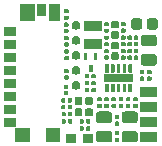
<source format=gbr>
%TF.GenerationSoftware,KiCad,Pcbnew,8.0.7*%
%TF.CreationDate,2025-01-06T01:22:01-08:00*%
%TF.ProjectId,Miniscope-v4-Wire-Free,4d696e69-7363-46f7-9065-2d76342d5769,rev?*%
%TF.SameCoordinates,Original*%
%TF.FileFunction,Soldermask,Top*%
%TF.FilePolarity,Negative*%
%FSLAX46Y46*%
G04 Gerber Fmt 4.6, Leading zero omitted, Abs format (unit mm)*
G04 Created by KiCad (PCBNEW 8.0.7) date 2025-01-06 01:22:01*
%MOMM*%
%LPD*%
G01*
G04 APERTURE LIST*
G04 APERTURE END LIST*
G36*
X85793520Y-69269933D02*
G01*
X85801761Y-69275439D01*
X85807267Y-69283680D01*
X85809200Y-69293400D01*
X85809200Y-70003400D01*
X85807267Y-70013120D01*
X85801761Y-70021361D01*
X85793520Y-70026867D01*
X85783800Y-70028800D01*
X85013800Y-70028800D01*
X85004080Y-70026867D01*
X84995839Y-70021361D01*
X84990333Y-70013120D01*
X84988400Y-70003400D01*
X84988400Y-69293400D01*
X84990333Y-69283680D01*
X84995839Y-69275439D01*
X85004080Y-69269933D01*
X85013800Y-69268000D01*
X85783800Y-69268000D01*
X85793520Y-69269933D01*
G37*
G36*
X87253520Y-69269933D02*
G01*
X87261761Y-69275439D01*
X87267267Y-69283680D01*
X87269200Y-69293400D01*
X87269200Y-70003400D01*
X87267267Y-70013120D01*
X87261761Y-70021361D01*
X87253520Y-70026867D01*
X87243800Y-70028800D01*
X86473800Y-70028800D01*
X86464080Y-70026867D01*
X86455839Y-70021361D01*
X86450333Y-70013120D01*
X86448400Y-70003400D01*
X86448400Y-69293400D01*
X86450333Y-69283680D01*
X86455839Y-69275439D01*
X86464080Y-69269933D01*
X86473800Y-69268000D01*
X87243800Y-69268000D01*
X87253520Y-69269933D01*
G37*
G36*
X81909720Y-68826533D02*
G01*
X81917961Y-68832039D01*
X81923467Y-68840280D01*
X81925400Y-68850000D01*
X81925400Y-70000000D01*
X81923467Y-70009720D01*
X81917961Y-70017961D01*
X81909720Y-70023467D01*
X81900000Y-70025400D01*
X80700000Y-70025400D01*
X80690280Y-70023467D01*
X80682039Y-70017961D01*
X80676533Y-70009720D01*
X80674600Y-70000000D01*
X80674600Y-68850000D01*
X80676533Y-68840280D01*
X80682039Y-68832039D01*
X80690280Y-68826533D01*
X80700000Y-68824600D01*
X81900000Y-68824600D01*
X81909720Y-68826533D01*
G37*
G36*
X84499720Y-68826533D02*
G01*
X84507961Y-68832039D01*
X84513467Y-68840280D01*
X84515400Y-68850000D01*
X84515400Y-70000000D01*
X84513467Y-70009720D01*
X84507961Y-70017961D01*
X84499720Y-70023467D01*
X84490000Y-70025400D01*
X83290000Y-70025400D01*
X83280280Y-70023467D01*
X83272039Y-70017961D01*
X83266533Y-70009720D01*
X83264600Y-70000000D01*
X83264600Y-68850000D01*
X83266533Y-68840280D01*
X83272039Y-68832039D01*
X83280280Y-68826533D01*
X83290000Y-68824600D01*
X84490000Y-68824600D01*
X84499720Y-68826533D01*
G37*
G36*
X88645979Y-69042812D02*
G01*
X88700551Y-69049143D01*
X88719196Y-69057375D01*
X88741594Y-69061831D01*
X88765573Y-69077853D01*
X88788276Y-69087878D01*
X88803781Y-69103383D01*
X88825263Y-69117737D01*
X88839616Y-69139218D01*
X88855121Y-69154723D01*
X88865144Y-69177423D01*
X88881169Y-69201406D01*
X88885624Y-69223805D01*
X88893856Y-69242448D01*
X88900185Y-69297008D01*
X88900800Y-69300100D01*
X88900800Y-69765100D01*
X88900185Y-69768191D01*
X88893856Y-69822751D01*
X88885624Y-69841392D01*
X88881169Y-69863794D01*
X88865143Y-69887778D01*
X88855121Y-69910476D01*
X88839618Y-69925978D01*
X88825263Y-69947463D01*
X88803778Y-69961818D01*
X88788276Y-69977321D01*
X88765578Y-69987343D01*
X88741594Y-70003369D01*
X88719192Y-70007824D01*
X88700551Y-70016056D01*
X88645993Y-70022384D01*
X88642900Y-70023000D01*
X87787900Y-70023000D01*
X87784809Y-70022385D01*
X87730248Y-70016056D01*
X87711605Y-70007824D01*
X87689206Y-70003369D01*
X87665223Y-69987344D01*
X87642523Y-69977321D01*
X87627018Y-69961816D01*
X87605537Y-69947463D01*
X87591183Y-69925981D01*
X87575678Y-69910476D01*
X87565653Y-69887773D01*
X87549631Y-69863794D01*
X87545175Y-69841396D01*
X87536943Y-69822751D01*
X87530612Y-69768180D01*
X87530000Y-69765100D01*
X87530000Y-69300100D01*
X87530612Y-69297021D01*
X87536943Y-69242448D01*
X87545176Y-69223801D01*
X87549631Y-69201406D01*
X87565652Y-69177428D01*
X87575678Y-69154723D01*
X87591185Y-69139215D01*
X87605537Y-69117737D01*
X87627015Y-69103385D01*
X87642523Y-69087878D01*
X87665228Y-69077852D01*
X87689206Y-69061831D01*
X87711601Y-69057376D01*
X87730248Y-69049143D01*
X87784820Y-69042812D01*
X87787900Y-69042200D01*
X88642900Y-69042200D01*
X88645979Y-69042812D01*
G37*
G36*
X90804979Y-69042812D02*
G01*
X90859551Y-69049143D01*
X90878196Y-69057375D01*
X90900594Y-69061831D01*
X90924573Y-69077853D01*
X90947276Y-69087878D01*
X90962781Y-69103383D01*
X90984263Y-69117737D01*
X90998616Y-69139218D01*
X91014121Y-69154723D01*
X91024144Y-69177423D01*
X91040169Y-69201406D01*
X91044624Y-69223805D01*
X91052856Y-69242448D01*
X91059185Y-69297008D01*
X91059800Y-69300100D01*
X91059800Y-69765100D01*
X91059185Y-69768191D01*
X91052856Y-69822751D01*
X91044624Y-69841392D01*
X91040169Y-69863794D01*
X91024143Y-69887778D01*
X91014121Y-69910476D01*
X90998618Y-69925978D01*
X90984263Y-69947463D01*
X90962778Y-69961818D01*
X90947276Y-69977321D01*
X90924578Y-69987343D01*
X90900594Y-70003369D01*
X90878192Y-70007824D01*
X90859551Y-70016056D01*
X90804993Y-70022384D01*
X90801900Y-70023000D01*
X89946900Y-70023000D01*
X89943809Y-70022385D01*
X89889248Y-70016056D01*
X89870605Y-70007824D01*
X89848206Y-70003369D01*
X89824223Y-69987344D01*
X89801523Y-69977321D01*
X89786018Y-69961816D01*
X89764537Y-69947463D01*
X89750183Y-69925981D01*
X89734678Y-69910476D01*
X89724653Y-69887773D01*
X89708631Y-69863794D01*
X89704175Y-69841396D01*
X89695943Y-69822751D01*
X89689612Y-69768180D01*
X89689000Y-69765100D01*
X89689000Y-69300100D01*
X89689612Y-69297021D01*
X89695943Y-69242448D01*
X89704176Y-69223801D01*
X89708631Y-69201406D01*
X89724652Y-69177428D01*
X89734678Y-69154723D01*
X89750185Y-69139215D01*
X89764537Y-69117737D01*
X89786015Y-69103385D01*
X89801523Y-69087878D01*
X89824228Y-69077852D01*
X89848206Y-69061831D01*
X89870601Y-69057376D01*
X89889248Y-69049143D01*
X89943820Y-69042812D01*
X89946900Y-69042200D01*
X90801900Y-69042200D01*
X90804979Y-69042812D01*
G37*
G36*
X92643120Y-69147033D02*
G01*
X92651361Y-69152539D01*
X92656867Y-69160780D01*
X92658800Y-69170500D01*
X92658800Y-69983300D01*
X92656867Y-69993020D01*
X92651361Y-70001261D01*
X92643120Y-70006767D01*
X92633400Y-70008700D01*
X91312600Y-70008700D01*
X91302880Y-70006767D01*
X91294639Y-70001261D01*
X91289133Y-69993020D01*
X91287200Y-69983300D01*
X91287200Y-69170500D01*
X91289133Y-69160780D01*
X91294639Y-69152539D01*
X91302880Y-69147033D01*
X91312600Y-69145100D01*
X92633400Y-69145100D01*
X92643120Y-69147033D01*
G37*
G36*
X89439478Y-69627833D02*
G01*
X89472861Y-69650139D01*
X89495167Y-69683522D01*
X89503000Y-69722900D01*
X89503000Y-69877900D01*
X89495167Y-69917278D01*
X89472861Y-69950661D01*
X89439478Y-69972967D01*
X89400100Y-69980800D01*
X89215100Y-69980800D01*
X89175722Y-69972967D01*
X89142339Y-69950661D01*
X89120033Y-69917278D01*
X89112200Y-69877900D01*
X89112200Y-69722900D01*
X89120033Y-69683522D01*
X89142339Y-69650139D01*
X89175722Y-69627833D01*
X89215100Y-69620000D01*
X89400100Y-69620000D01*
X89439478Y-69627833D01*
G37*
G36*
X89439478Y-69077833D02*
G01*
X89472861Y-69100139D01*
X89495167Y-69133522D01*
X89503000Y-69172900D01*
X89503000Y-69327900D01*
X89495167Y-69367278D01*
X89472861Y-69400661D01*
X89439478Y-69422967D01*
X89400100Y-69430800D01*
X89215100Y-69430800D01*
X89175722Y-69422967D01*
X89142339Y-69400661D01*
X89120033Y-69367278D01*
X89112200Y-69327900D01*
X89112200Y-69172900D01*
X89120033Y-69133522D01*
X89142339Y-69100139D01*
X89175722Y-69077833D01*
X89215100Y-69070000D01*
X89400100Y-69070000D01*
X89439478Y-69077833D01*
G37*
G36*
X86427878Y-68655833D02*
G01*
X86461261Y-68678139D01*
X86483567Y-68711522D01*
X86491400Y-68750900D01*
X86491400Y-68935900D01*
X86483567Y-68975278D01*
X86461261Y-69008661D01*
X86427878Y-69030967D01*
X86388500Y-69038800D01*
X86233500Y-69038800D01*
X86194122Y-69030967D01*
X86160739Y-69008661D01*
X86138433Y-68975278D01*
X86130600Y-68935900D01*
X86130600Y-68750900D01*
X86138433Y-68711522D01*
X86160739Y-68678139D01*
X86194122Y-68655833D01*
X86233500Y-68648000D01*
X86388500Y-68648000D01*
X86427878Y-68655833D01*
G37*
G36*
X86977878Y-68655833D02*
G01*
X87011261Y-68678139D01*
X87033567Y-68711522D01*
X87041400Y-68750900D01*
X87041400Y-68935900D01*
X87033567Y-68975278D01*
X87011261Y-69008661D01*
X86977878Y-69030967D01*
X86938500Y-69038800D01*
X86783500Y-69038800D01*
X86744122Y-69030967D01*
X86710739Y-69008661D01*
X86688433Y-68975278D01*
X86680600Y-68935900D01*
X86680600Y-68750900D01*
X86688433Y-68711522D01*
X86710739Y-68678139D01*
X86744122Y-68655833D01*
X86783500Y-68648000D01*
X86938500Y-68648000D01*
X86977878Y-68655833D01*
G37*
G36*
X92643120Y-67877033D02*
G01*
X92651361Y-67882539D01*
X92656867Y-67890780D01*
X92658800Y-67900500D01*
X92658800Y-68713300D01*
X92656867Y-68723020D01*
X92651361Y-68731261D01*
X92643120Y-68736767D01*
X92633400Y-68738700D01*
X91312600Y-68738700D01*
X91302880Y-68736767D01*
X91294639Y-68731261D01*
X91289133Y-68723020D01*
X91287200Y-68713300D01*
X91287200Y-67900500D01*
X91289133Y-67890780D01*
X91294639Y-67882539D01*
X91302880Y-67877033D01*
X91312600Y-67875100D01*
X92633400Y-67875100D01*
X92643120Y-67877033D01*
G37*
G36*
X80759720Y-67976533D02*
G01*
X80767961Y-67982039D01*
X80773467Y-67990280D01*
X80775400Y-68000000D01*
X80775400Y-68700000D01*
X80773467Y-68709720D01*
X80767961Y-68717961D01*
X80759720Y-68723467D01*
X80750000Y-68725400D01*
X79750000Y-68725400D01*
X79740280Y-68723467D01*
X79732039Y-68717961D01*
X79726533Y-68709720D01*
X79724600Y-68700000D01*
X79724600Y-68000000D01*
X79726533Y-67990280D01*
X79732039Y-67982039D01*
X79740280Y-67976533D01*
X79750000Y-67974600D01*
X80750000Y-67974600D01*
X80759720Y-67976533D01*
G37*
G36*
X89435678Y-68252233D02*
G01*
X89469061Y-68274539D01*
X89491367Y-68307922D01*
X89499200Y-68347300D01*
X89499200Y-68502300D01*
X89491367Y-68541678D01*
X89469061Y-68575061D01*
X89435678Y-68597367D01*
X89396300Y-68605200D01*
X89211300Y-68605200D01*
X89171922Y-68597367D01*
X89138539Y-68575061D01*
X89116233Y-68541678D01*
X89108400Y-68502300D01*
X89108400Y-68347300D01*
X89116233Y-68307922D01*
X89138539Y-68274539D01*
X89171922Y-68252233D01*
X89211300Y-68244400D01*
X89396300Y-68244400D01*
X89435678Y-68252233D01*
G37*
G36*
X84903878Y-68042433D02*
G01*
X84937261Y-68064739D01*
X84959567Y-68098122D01*
X84967400Y-68137500D01*
X84967400Y-68322500D01*
X84959567Y-68361878D01*
X84937261Y-68395261D01*
X84903878Y-68417567D01*
X84864500Y-68425400D01*
X84709500Y-68425400D01*
X84670122Y-68417567D01*
X84636739Y-68395261D01*
X84614433Y-68361878D01*
X84606600Y-68322500D01*
X84606600Y-68137500D01*
X84614433Y-68098122D01*
X84636739Y-68064739D01*
X84670122Y-68042433D01*
X84709500Y-68034600D01*
X84864500Y-68034600D01*
X84903878Y-68042433D01*
G37*
G36*
X85453878Y-68042433D02*
G01*
X85487261Y-68064739D01*
X85509567Y-68098122D01*
X85517400Y-68137500D01*
X85517400Y-68322500D01*
X85509567Y-68361878D01*
X85487261Y-68395261D01*
X85453878Y-68417567D01*
X85414500Y-68425400D01*
X85259500Y-68425400D01*
X85220122Y-68417567D01*
X85186739Y-68395261D01*
X85164433Y-68361878D01*
X85156600Y-68322500D01*
X85156600Y-68137500D01*
X85164433Y-68098122D01*
X85186739Y-68064739D01*
X85220122Y-68042433D01*
X85259500Y-68034600D01*
X85414500Y-68034600D01*
X85453878Y-68042433D01*
G37*
G36*
X86427878Y-68042433D02*
G01*
X86461261Y-68064739D01*
X86483567Y-68098122D01*
X86491400Y-68137500D01*
X86491400Y-68322500D01*
X86483567Y-68361878D01*
X86461261Y-68395261D01*
X86427878Y-68417567D01*
X86388500Y-68425400D01*
X86233500Y-68425400D01*
X86194122Y-68417567D01*
X86160739Y-68395261D01*
X86138433Y-68361878D01*
X86130600Y-68322500D01*
X86130600Y-68137500D01*
X86138433Y-68098122D01*
X86160739Y-68064739D01*
X86194122Y-68042433D01*
X86233500Y-68034600D01*
X86388500Y-68034600D01*
X86427878Y-68042433D01*
G37*
G36*
X86977878Y-68042433D02*
G01*
X87011261Y-68064739D01*
X87033567Y-68098122D01*
X87041400Y-68137500D01*
X87041400Y-68322500D01*
X87033567Y-68361878D01*
X87011261Y-68395261D01*
X86977878Y-68417567D01*
X86938500Y-68425400D01*
X86783500Y-68425400D01*
X86744122Y-68417567D01*
X86710739Y-68395261D01*
X86688433Y-68361878D01*
X86680600Y-68322500D01*
X86680600Y-68137500D01*
X86688433Y-68098122D01*
X86710739Y-68064739D01*
X86744122Y-68042433D01*
X86783500Y-68034600D01*
X86938500Y-68034600D01*
X86977878Y-68042433D01*
G37*
G36*
X88645979Y-67402812D02*
G01*
X88700551Y-67409143D01*
X88719196Y-67417375D01*
X88741594Y-67421831D01*
X88765573Y-67437853D01*
X88788276Y-67447878D01*
X88803781Y-67463383D01*
X88825263Y-67477737D01*
X88839616Y-67499218D01*
X88855121Y-67514723D01*
X88865144Y-67537423D01*
X88881169Y-67561406D01*
X88885624Y-67583805D01*
X88893856Y-67602448D01*
X88900185Y-67657008D01*
X88900800Y-67660100D01*
X88900800Y-68125100D01*
X88900185Y-68128191D01*
X88893856Y-68182751D01*
X88885624Y-68201392D01*
X88881169Y-68223794D01*
X88865143Y-68247778D01*
X88855121Y-68270476D01*
X88839618Y-68285978D01*
X88825263Y-68307463D01*
X88803778Y-68321818D01*
X88788276Y-68337321D01*
X88765578Y-68347343D01*
X88741594Y-68363369D01*
X88719192Y-68367824D01*
X88700551Y-68376056D01*
X88645993Y-68382384D01*
X88642900Y-68383000D01*
X87787900Y-68383000D01*
X87784809Y-68382385D01*
X87730248Y-68376056D01*
X87711605Y-68367824D01*
X87689206Y-68363369D01*
X87665223Y-68347344D01*
X87642523Y-68337321D01*
X87627018Y-68321816D01*
X87605537Y-68307463D01*
X87591183Y-68285981D01*
X87575678Y-68270476D01*
X87565653Y-68247773D01*
X87549631Y-68223794D01*
X87545175Y-68201396D01*
X87536943Y-68182751D01*
X87530612Y-68128180D01*
X87530000Y-68125100D01*
X87530000Y-67660100D01*
X87530612Y-67657021D01*
X87536943Y-67602448D01*
X87545176Y-67583801D01*
X87549631Y-67561406D01*
X87565652Y-67537428D01*
X87575678Y-67514723D01*
X87591185Y-67499215D01*
X87605537Y-67477737D01*
X87627015Y-67463385D01*
X87642523Y-67447878D01*
X87665228Y-67437852D01*
X87689206Y-67421831D01*
X87711601Y-67417376D01*
X87730248Y-67409143D01*
X87784820Y-67402812D01*
X87787900Y-67402200D01*
X88642900Y-67402200D01*
X88645979Y-67402812D01*
G37*
G36*
X90804979Y-67402812D02*
G01*
X90859551Y-67409143D01*
X90878196Y-67417375D01*
X90900594Y-67421831D01*
X90924573Y-67437853D01*
X90947276Y-67447878D01*
X90962781Y-67463383D01*
X90984263Y-67477737D01*
X90998616Y-67499218D01*
X91014121Y-67514723D01*
X91024144Y-67537423D01*
X91040169Y-67561406D01*
X91044624Y-67583805D01*
X91052856Y-67602448D01*
X91059185Y-67657008D01*
X91059800Y-67660100D01*
X91059800Y-68125100D01*
X91059185Y-68128191D01*
X91052856Y-68182751D01*
X91044624Y-68201392D01*
X91040169Y-68223794D01*
X91024143Y-68247778D01*
X91014121Y-68270476D01*
X90998618Y-68285978D01*
X90984263Y-68307463D01*
X90962778Y-68321818D01*
X90947276Y-68337321D01*
X90924578Y-68347343D01*
X90900594Y-68363369D01*
X90878192Y-68367824D01*
X90859551Y-68376056D01*
X90804993Y-68382384D01*
X90801900Y-68383000D01*
X89946900Y-68383000D01*
X89943809Y-68382385D01*
X89889248Y-68376056D01*
X89870605Y-68367824D01*
X89848206Y-68363369D01*
X89824223Y-68347344D01*
X89801523Y-68337321D01*
X89786018Y-68321816D01*
X89764537Y-68307463D01*
X89750183Y-68285981D01*
X89734678Y-68270476D01*
X89724653Y-68247773D01*
X89708631Y-68223794D01*
X89704175Y-68201396D01*
X89695943Y-68182751D01*
X89689612Y-68128180D01*
X89689000Y-68125100D01*
X89689000Y-67660100D01*
X89689612Y-67657021D01*
X89695943Y-67602448D01*
X89704176Y-67583801D01*
X89708631Y-67561406D01*
X89724652Y-67537428D01*
X89734678Y-67514723D01*
X89750185Y-67499215D01*
X89764537Y-67477737D01*
X89786015Y-67463385D01*
X89801523Y-67447878D01*
X89824228Y-67437852D01*
X89848206Y-67421831D01*
X89870601Y-67417376D01*
X89889248Y-67409143D01*
X89943820Y-67402812D01*
X89946900Y-67402200D01*
X90801900Y-67402200D01*
X90804979Y-67402812D01*
G37*
G36*
X89435678Y-67702233D02*
G01*
X89469061Y-67724539D01*
X89491367Y-67757922D01*
X89499200Y-67797300D01*
X89499200Y-67952300D01*
X89491367Y-67991678D01*
X89469061Y-68025061D01*
X89435678Y-68047367D01*
X89396300Y-68055200D01*
X89211300Y-68055200D01*
X89171922Y-68047367D01*
X89138539Y-68025061D01*
X89116233Y-67991678D01*
X89108400Y-67952300D01*
X89108400Y-67797300D01*
X89116233Y-67757922D01*
X89138539Y-67724539D01*
X89171922Y-67702233D01*
X89211300Y-67694400D01*
X89396300Y-67694400D01*
X89435678Y-67702233D01*
G37*
G36*
X84907678Y-67432833D02*
G01*
X84941061Y-67455139D01*
X84963367Y-67488522D01*
X84971200Y-67527900D01*
X84971200Y-67712900D01*
X84963367Y-67752278D01*
X84941061Y-67785661D01*
X84907678Y-67807967D01*
X84868300Y-67815800D01*
X84713300Y-67815800D01*
X84673922Y-67807967D01*
X84640539Y-67785661D01*
X84618233Y-67752278D01*
X84610400Y-67712900D01*
X84610400Y-67527900D01*
X84618233Y-67488522D01*
X84640539Y-67455139D01*
X84673922Y-67432833D01*
X84713300Y-67425000D01*
X84868300Y-67425000D01*
X84907678Y-67432833D01*
G37*
G36*
X85457678Y-67432833D02*
G01*
X85491061Y-67455139D01*
X85513367Y-67488522D01*
X85521200Y-67527900D01*
X85521200Y-67712900D01*
X85513367Y-67752278D01*
X85491061Y-67785661D01*
X85457678Y-67807967D01*
X85418300Y-67815800D01*
X85263300Y-67815800D01*
X85223922Y-67807967D01*
X85190539Y-67785661D01*
X85168233Y-67752278D01*
X85160400Y-67712900D01*
X85160400Y-67527900D01*
X85168233Y-67488522D01*
X85190539Y-67455139D01*
X85223922Y-67432833D01*
X85263300Y-67425000D01*
X85418300Y-67425000D01*
X85457678Y-67432833D01*
G37*
G36*
X86253409Y-67140571D02*
G01*
X86308691Y-67177509D01*
X86345629Y-67232791D01*
X86358600Y-67298000D01*
X86358600Y-67638000D01*
X86345629Y-67703209D01*
X86308691Y-67758491D01*
X86253409Y-67795429D01*
X86188200Y-67808400D01*
X85898200Y-67808400D01*
X85832991Y-67795429D01*
X85777709Y-67758491D01*
X85740771Y-67703209D01*
X85727800Y-67638000D01*
X85727800Y-67298000D01*
X85740771Y-67232791D01*
X85777709Y-67177509D01*
X85832991Y-67140571D01*
X85898200Y-67127600D01*
X86188200Y-67127600D01*
X86253409Y-67140571D01*
G37*
G36*
X87143409Y-67140571D02*
G01*
X87198691Y-67177509D01*
X87235629Y-67232791D01*
X87248600Y-67298000D01*
X87248600Y-67638000D01*
X87235629Y-67703209D01*
X87198691Y-67758491D01*
X87143409Y-67795429D01*
X87078200Y-67808400D01*
X86788200Y-67808400D01*
X86722991Y-67795429D01*
X86667709Y-67758491D01*
X86630771Y-67703209D01*
X86617800Y-67638000D01*
X86617800Y-67298000D01*
X86630771Y-67232791D01*
X86667709Y-67177509D01*
X86722991Y-67140571D01*
X86788200Y-67127600D01*
X87078200Y-67127600D01*
X87143409Y-67140571D01*
G37*
G36*
X80759720Y-66876533D02*
G01*
X80767961Y-66882039D01*
X80773467Y-66890280D01*
X80775400Y-66900000D01*
X80775400Y-67600000D01*
X80773467Y-67609720D01*
X80767961Y-67617961D01*
X80759720Y-67623467D01*
X80750000Y-67625400D01*
X79750000Y-67625400D01*
X79740280Y-67623467D01*
X79732039Y-67617961D01*
X79726533Y-67609720D01*
X79724600Y-67600000D01*
X79724600Y-66900000D01*
X79726533Y-66890280D01*
X79732039Y-66882039D01*
X79740280Y-66876533D01*
X79750000Y-66874600D01*
X80750000Y-66874600D01*
X80759720Y-66876533D01*
G37*
G36*
X92643120Y-66607033D02*
G01*
X92651361Y-66612539D01*
X92656867Y-66620780D01*
X92658800Y-66630500D01*
X92658800Y-67443300D01*
X92656867Y-67453020D01*
X92651361Y-67461261D01*
X92643120Y-67466767D01*
X92633400Y-67468700D01*
X91312600Y-67468700D01*
X91302880Y-67466767D01*
X91294639Y-67461261D01*
X91289133Y-67453020D01*
X91287200Y-67443300D01*
X91287200Y-66630500D01*
X91289133Y-66620780D01*
X91294639Y-66612539D01*
X91302880Y-66607033D01*
X91312600Y-66605100D01*
X92633400Y-66605100D01*
X92643120Y-66607033D01*
G37*
G36*
X84878478Y-66844633D02*
G01*
X84911861Y-66866939D01*
X84934167Y-66900322D01*
X84942000Y-66939700D01*
X84942000Y-67124700D01*
X84934167Y-67164078D01*
X84911861Y-67197461D01*
X84878478Y-67219767D01*
X84839100Y-67227600D01*
X84684100Y-67227600D01*
X84644722Y-67219767D01*
X84611339Y-67197461D01*
X84589033Y-67164078D01*
X84581200Y-67124700D01*
X84581200Y-66939700D01*
X84589033Y-66900322D01*
X84611339Y-66866939D01*
X84644722Y-66844633D01*
X84684100Y-66836800D01*
X84839100Y-66836800D01*
X84878478Y-66844633D01*
G37*
G36*
X85428478Y-66844633D02*
G01*
X85461861Y-66866939D01*
X85484167Y-66900322D01*
X85492000Y-66939700D01*
X85492000Y-67124700D01*
X85484167Y-67164078D01*
X85461861Y-67197461D01*
X85428478Y-67219767D01*
X85389100Y-67227600D01*
X85234100Y-67227600D01*
X85194722Y-67219767D01*
X85161339Y-67197461D01*
X85139033Y-67164078D01*
X85131200Y-67124700D01*
X85131200Y-66939700D01*
X85139033Y-66900322D01*
X85161339Y-66866939D01*
X85194722Y-66844633D01*
X85234100Y-66836800D01*
X85389100Y-66836800D01*
X85428478Y-66844633D01*
G37*
G36*
X87939278Y-66745633D02*
G01*
X87972661Y-66767939D01*
X87994967Y-66801322D01*
X88002800Y-66840700D01*
X88002800Y-66995700D01*
X87994967Y-67035078D01*
X87972661Y-67068461D01*
X87939278Y-67090767D01*
X87899900Y-67098600D01*
X87714900Y-67098600D01*
X87675522Y-67090767D01*
X87642139Y-67068461D01*
X87619833Y-67035078D01*
X87612000Y-66995700D01*
X87612000Y-66840700D01*
X87619833Y-66801322D01*
X87642139Y-66767939D01*
X87675522Y-66745633D01*
X87714900Y-66737800D01*
X87899900Y-66737800D01*
X87939278Y-66745633D01*
G37*
G36*
X88550478Y-66744933D02*
G01*
X88583861Y-66767239D01*
X88606167Y-66800622D01*
X88614000Y-66840000D01*
X88614000Y-66995000D01*
X88606167Y-67034378D01*
X88583861Y-67067761D01*
X88550478Y-67090067D01*
X88511100Y-67097900D01*
X88326100Y-67097900D01*
X88286722Y-67090067D01*
X88253339Y-67067761D01*
X88231033Y-67034378D01*
X88223200Y-66995000D01*
X88223200Y-66840000D01*
X88231033Y-66800622D01*
X88253339Y-66767239D01*
X88286722Y-66744933D01*
X88326100Y-66737100D01*
X88511100Y-66737100D01*
X88550478Y-66744933D01*
G37*
G36*
X89158478Y-66744933D02*
G01*
X89191861Y-66767239D01*
X89214167Y-66800622D01*
X89222000Y-66840000D01*
X89222000Y-66995000D01*
X89214167Y-67034378D01*
X89191861Y-67067761D01*
X89158478Y-67090067D01*
X89119100Y-67097900D01*
X88934100Y-67097900D01*
X88894722Y-67090067D01*
X88861339Y-67067761D01*
X88839033Y-67034378D01*
X88831200Y-66995000D01*
X88831200Y-66840000D01*
X88839033Y-66800622D01*
X88861339Y-66767239D01*
X88894722Y-66744933D01*
X88934100Y-66737100D01*
X89119100Y-66737100D01*
X89158478Y-66744933D01*
G37*
G36*
X89769678Y-66744933D02*
G01*
X89803061Y-66767239D01*
X89825367Y-66800622D01*
X89833200Y-66840000D01*
X89833200Y-66995000D01*
X89825367Y-67034378D01*
X89803061Y-67067761D01*
X89769678Y-67090067D01*
X89730300Y-67097900D01*
X89545300Y-67097900D01*
X89505922Y-67090067D01*
X89472539Y-67067761D01*
X89450233Y-67034378D01*
X89442400Y-66995000D01*
X89442400Y-66840000D01*
X89450233Y-66800622D01*
X89472539Y-66767239D01*
X89505922Y-66744933D01*
X89545300Y-66737100D01*
X89730300Y-66737100D01*
X89769678Y-66744933D01*
G37*
G36*
X90379278Y-66744933D02*
G01*
X90412661Y-66767239D01*
X90434967Y-66800622D01*
X90442800Y-66840000D01*
X90442800Y-66995000D01*
X90434967Y-67034378D01*
X90412661Y-67067761D01*
X90379278Y-67090067D01*
X90339900Y-67097900D01*
X90154900Y-67097900D01*
X90115522Y-67090067D01*
X90082139Y-67067761D01*
X90059833Y-67034378D01*
X90052000Y-66995000D01*
X90052000Y-66840000D01*
X90059833Y-66800622D01*
X90082139Y-66767239D01*
X90115522Y-66744933D01*
X90154900Y-66737100D01*
X90339900Y-66737100D01*
X90379278Y-66744933D01*
G37*
G36*
X90988878Y-66744933D02*
G01*
X91022261Y-66767239D01*
X91044567Y-66800622D01*
X91052400Y-66840000D01*
X91052400Y-66995000D01*
X91044567Y-67034378D01*
X91022261Y-67067761D01*
X90988878Y-67090067D01*
X90949500Y-67097900D01*
X90764500Y-67097900D01*
X90725122Y-67090067D01*
X90691739Y-67067761D01*
X90669433Y-67034378D01*
X90661600Y-66995000D01*
X90661600Y-66840000D01*
X90669433Y-66800622D01*
X90691739Y-66767239D01*
X90725122Y-66744933D01*
X90764500Y-66737100D01*
X90949500Y-66737100D01*
X90988878Y-66744933D01*
G37*
G36*
X86253409Y-66175371D02*
G01*
X86308691Y-66212309D01*
X86345629Y-66267591D01*
X86358600Y-66332800D01*
X86358600Y-66672800D01*
X86345629Y-66738009D01*
X86308691Y-66793291D01*
X86253409Y-66830229D01*
X86188200Y-66843200D01*
X85898200Y-66843200D01*
X85832991Y-66830229D01*
X85777709Y-66793291D01*
X85740771Y-66738009D01*
X85727800Y-66672800D01*
X85727800Y-66332800D01*
X85740771Y-66267591D01*
X85777709Y-66212309D01*
X85832991Y-66175371D01*
X85898200Y-66162400D01*
X86188200Y-66162400D01*
X86253409Y-66175371D01*
G37*
G36*
X87143409Y-66175371D02*
G01*
X87198691Y-66212309D01*
X87235629Y-66267591D01*
X87248600Y-66332800D01*
X87248600Y-66672800D01*
X87235629Y-66738009D01*
X87198691Y-66793291D01*
X87143409Y-66830229D01*
X87078200Y-66843200D01*
X86788200Y-66843200D01*
X86722991Y-66830229D01*
X86667709Y-66793291D01*
X86630771Y-66738009D01*
X86617800Y-66672800D01*
X86617800Y-66332800D01*
X86630771Y-66267591D01*
X86667709Y-66212309D01*
X86722991Y-66175371D01*
X86788200Y-66162400D01*
X87078200Y-66162400D01*
X87143409Y-66175371D01*
G37*
G36*
X84878478Y-66260433D02*
G01*
X84911861Y-66282739D01*
X84934167Y-66316122D01*
X84942000Y-66355500D01*
X84942000Y-66540500D01*
X84934167Y-66579878D01*
X84911861Y-66613261D01*
X84878478Y-66635567D01*
X84839100Y-66643400D01*
X84684100Y-66643400D01*
X84644722Y-66635567D01*
X84611339Y-66613261D01*
X84589033Y-66579878D01*
X84581200Y-66540500D01*
X84581200Y-66355500D01*
X84589033Y-66316122D01*
X84611339Y-66282739D01*
X84644722Y-66260433D01*
X84684100Y-66252600D01*
X84839100Y-66252600D01*
X84878478Y-66260433D01*
G37*
G36*
X85428478Y-66260433D02*
G01*
X85461861Y-66282739D01*
X85484167Y-66316122D01*
X85492000Y-66355500D01*
X85492000Y-66540500D01*
X85484167Y-66579878D01*
X85461861Y-66613261D01*
X85428478Y-66635567D01*
X85389100Y-66643400D01*
X85234100Y-66643400D01*
X85194722Y-66635567D01*
X85161339Y-66613261D01*
X85139033Y-66579878D01*
X85131200Y-66540500D01*
X85131200Y-66355500D01*
X85139033Y-66316122D01*
X85161339Y-66282739D01*
X85194722Y-66260433D01*
X85234100Y-66252600D01*
X85389100Y-66252600D01*
X85428478Y-66260433D01*
G37*
G36*
X87939278Y-66195633D02*
G01*
X87972661Y-66217939D01*
X87994967Y-66251322D01*
X88002800Y-66290700D01*
X88002800Y-66445700D01*
X87994967Y-66485078D01*
X87972661Y-66518461D01*
X87939278Y-66540767D01*
X87899900Y-66548600D01*
X87714900Y-66548600D01*
X87675522Y-66540767D01*
X87642139Y-66518461D01*
X87619833Y-66485078D01*
X87612000Y-66445700D01*
X87612000Y-66290700D01*
X87619833Y-66251322D01*
X87642139Y-66217939D01*
X87675522Y-66195633D01*
X87714900Y-66187800D01*
X87899900Y-66187800D01*
X87939278Y-66195633D01*
G37*
G36*
X88550478Y-66194933D02*
G01*
X88583861Y-66217239D01*
X88606167Y-66250622D01*
X88614000Y-66290000D01*
X88614000Y-66445000D01*
X88606167Y-66484378D01*
X88583861Y-66517761D01*
X88550478Y-66540067D01*
X88511100Y-66547900D01*
X88326100Y-66547900D01*
X88286722Y-66540067D01*
X88253339Y-66517761D01*
X88231033Y-66484378D01*
X88223200Y-66445000D01*
X88223200Y-66290000D01*
X88231033Y-66250622D01*
X88253339Y-66217239D01*
X88286722Y-66194933D01*
X88326100Y-66187100D01*
X88511100Y-66187100D01*
X88550478Y-66194933D01*
G37*
G36*
X89158478Y-66194933D02*
G01*
X89191861Y-66217239D01*
X89214167Y-66250622D01*
X89222000Y-66290000D01*
X89222000Y-66445000D01*
X89214167Y-66484378D01*
X89191861Y-66517761D01*
X89158478Y-66540067D01*
X89119100Y-66547900D01*
X88934100Y-66547900D01*
X88894722Y-66540067D01*
X88861339Y-66517761D01*
X88839033Y-66484378D01*
X88831200Y-66445000D01*
X88831200Y-66290000D01*
X88839033Y-66250622D01*
X88861339Y-66217239D01*
X88894722Y-66194933D01*
X88934100Y-66187100D01*
X89119100Y-66187100D01*
X89158478Y-66194933D01*
G37*
G36*
X89769678Y-66194933D02*
G01*
X89803061Y-66217239D01*
X89825367Y-66250622D01*
X89833200Y-66290000D01*
X89833200Y-66445000D01*
X89825367Y-66484378D01*
X89803061Y-66517761D01*
X89769678Y-66540067D01*
X89730300Y-66547900D01*
X89545300Y-66547900D01*
X89505922Y-66540067D01*
X89472539Y-66517761D01*
X89450233Y-66484378D01*
X89442400Y-66445000D01*
X89442400Y-66290000D01*
X89450233Y-66250622D01*
X89472539Y-66217239D01*
X89505922Y-66194933D01*
X89545300Y-66187100D01*
X89730300Y-66187100D01*
X89769678Y-66194933D01*
G37*
G36*
X90379278Y-66194933D02*
G01*
X90412661Y-66217239D01*
X90434967Y-66250622D01*
X90442800Y-66290000D01*
X90442800Y-66445000D01*
X90434967Y-66484378D01*
X90412661Y-66517761D01*
X90379278Y-66540067D01*
X90339900Y-66547900D01*
X90154900Y-66547900D01*
X90115522Y-66540067D01*
X90082139Y-66517761D01*
X90059833Y-66484378D01*
X90052000Y-66445000D01*
X90052000Y-66290000D01*
X90059833Y-66250622D01*
X90082139Y-66217239D01*
X90115522Y-66194933D01*
X90154900Y-66187100D01*
X90339900Y-66187100D01*
X90379278Y-66194933D01*
G37*
G36*
X90988878Y-66194933D02*
G01*
X91022261Y-66217239D01*
X91044567Y-66250622D01*
X91052400Y-66290000D01*
X91052400Y-66445000D01*
X91044567Y-66484378D01*
X91022261Y-66517761D01*
X90988878Y-66540067D01*
X90949500Y-66547900D01*
X90764500Y-66547900D01*
X90725122Y-66540067D01*
X90691739Y-66517761D01*
X90669433Y-66484378D01*
X90661600Y-66445000D01*
X90661600Y-66290000D01*
X90669433Y-66250622D01*
X90691739Y-66217239D01*
X90725122Y-66194933D01*
X90764500Y-66187100D01*
X90949500Y-66187100D01*
X90988878Y-66194933D01*
G37*
G36*
X80759720Y-65776533D02*
G01*
X80767961Y-65782039D01*
X80773467Y-65790280D01*
X80775400Y-65800000D01*
X80775400Y-66500000D01*
X80773467Y-66509720D01*
X80767961Y-66517961D01*
X80759720Y-66523467D01*
X80750000Y-66525400D01*
X79750000Y-66525400D01*
X79740280Y-66523467D01*
X79732039Y-66517961D01*
X79726533Y-66509720D01*
X79724600Y-66500000D01*
X79724600Y-65800000D01*
X79726533Y-65790280D01*
X79732039Y-65782039D01*
X79740280Y-65776533D01*
X79750000Y-65774600D01*
X80750000Y-65774600D01*
X80759720Y-65776533D01*
G37*
G36*
X92643120Y-65337033D02*
G01*
X92651361Y-65342539D01*
X92656867Y-65350780D01*
X92658800Y-65360500D01*
X92658800Y-66173300D01*
X92656867Y-66183020D01*
X92651361Y-66191261D01*
X92643120Y-66196767D01*
X92633400Y-66198700D01*
X91312600Y-66198700D01*
X91302880Y-66196767D01*
X91294639Y-66191261D01*
X91289133Y-66183020D01*
X91287200Y-66173300D01*
X91287200Y-65360500D01*
X91289133Y-65350780D01*
X91294639Y-65342539D01*
X91302880Y-65337033D01*
X91312600Y-65335100D01*
X92633400Y-65335100D01*
X92643120Y-65337033D01*
G37*
G36*
X85119878Y-65690833D02*
G01*
X85153261Y-65713139D01*
X85175567Y-65746522D01*
X85183400Y-65785900D01*
X85183400Y-65940900D01*
X85175567Y-65980278D01*
X85153261Y-66013661D01*
X85119878Y-66035967D01*
X85080500Y-66043800D01*
X84895500Y-66043800D01*
X84856122Y-66035967D01*
X84822739Y-66013661D01*
X84800433Y-65980278D01*
X84792600Y-65940900D01*
X84792600Y-65785900D01*
X84800433Y-65746522D01*
X84822739Y-65713139D01*
X84856122Y-65690833D01*
X84895500Y-65683000D01*
X85080500Y-65683000D01*
X85119878Y-65690833D01*
G37*
G36*
X88579320Y-65094333D02*
G01*
X88587561Y-65099839D01*
X88593067Y-65108080D01*
X88595000Y-65117800D01*
X88595000Y-65757800D01*
X88593067Y-65767520D01*
X88587561Y-65775761D01*
X88579320Y-65781267D01*
X88569600Y-65783200D01*
X88299600Y-65783200D01*
X88289880Y-65781267D01*
X88281639Y-65775761D01*
X88276133Y-65767520D01*
X88274200Y-65757800D01*
X88274200Y-65117800D01*
X88276133Y-65108080D01*
X88281639Y-65099839D01*
X88289880Y-65094333D01*
X88299600Y-65092400D01*
X88569600Y-65092400D01*
X88579320Y-65094333D01*
G37*
G36*
X89079320Y-65094333D02*
G01*
X89087561Y-65099839D01*
X89093067Y-65108080D01*
X89095000Y-65117800D01*
X89095000Y-65757800D01*
X89093067Y-65767520D01*
X89087561Y-65775761D01*
X89079320Y-65781267D01*
X89069600Y-65783200D01*
X88799600Y-65783200D01*
X88789880Y-65781267D01*
X88781639Y-65775761D01*
X88776133Y-65767520D01*
X88774200Y-65757800D01*
X88774200Y-65117800D01*
X88776133Y-65108080D01*
X88781639Y-65099839D01*
X88789880Y-65094333D01*
X88799600Y-65092400D01*
X89069600Y-65092400D01*
X89079320Y-65094333D01*
G37*
G36*
X89579320Y-65094333D02*
G01*
X89587561Y-65099839D01*
X89593067Y-65108080D01*
X89595000Y-65117800D01*
X89595000Y-65757800D01*
X89593067Y-65767520D01*
X89587561Y-65775761D01*
X89579320Y-65781267D01*
X89569600Y-65783200D01*
X89299600Y-65783200D01*
X89289880Y-65781267D01*
X89281639Y-65775761D01*
X89276133Y-65767520D01*
X89274200Y-65757800D01*
X89274200Y-65117800D01*
X89276133Y-65108080D01*
X89281639Y-65099839D01*
X89289880Y-65094333D01*
X89299600Y-65092400D01*
X89569600Y-65092400D01*
X89579320Y-65094333D01*
G37*
G36*
X90079320Y-65094333D02*
G01*
X90087561Y-65099839D01*
X90093067Y-65108080D01*
X90095000Y-65117800D01*
X90095000Y-65757800D01*
X90093067Y-65767520D01*
X90087561Y-65775761D01*
X90079320Y-65781267D01*
X90069600Y-65783200D01*
X89799600Y-65783200D01*
X89789880Y-65781267D01*
X89781639Y-65775761D01*
X89776133Y-65767520D01*
X89774200Y-65757800D01*
X89774200Y-65117800D01*
X89776133Y-65108080D01*
X89781639Y-65099839D01*
X89789880Y-65094333D01*
X89799600Y-65092400D01*
X90069600Y-65092400D01*
X90079320Y-65094333D01*
G37*
G36*
X90579320Y-65094333D02*
G01*
X90587561Y-65099839D01*
X90593067Y-65108080D01*
X90595000Y-65117800D01*
X90595000Y-65757800D01*
X90593067Y-65767520D01*
X90587561Y-65775761D01*
X90579320Y-65781267D01*
X90569600Y-65783200D01*
X90299600Y-65783200D01*
X90289880Y-65781267D01*
X90281639Y-65775761D01*
X90276133Y-65767520D01*
X90274200Y-65757800D01*
X90274200Y-65117800D01*
X90276133Y-65108080D01*
X90281639Y-65099839D01*
X90289880Y-65094333D01*
X90299600Y-65092400D01*
X90569600Y-65092400D01*
X90579320Y-65094333D01*
G37*
G36*
X86885078Y-65396833D02*
G01*
X86918461Y-65419139D01*
X86940767Y-65452522D01*
X86948600Y-65491900D01*
X86948600Y-65676900D01*
X86940767Y-65716278D01*
X86918461Y-65749661D01*
X86885078Y-65771967D01*
X86845700Y-65779800D01*
X86690700Y-65779800D01*
X86651322Y-65771967D01*
X86617939Y-65749661D01*
X86595633Y-65716278D01*
X86587800Y-65676900D01*
X86587800Y-65491900D01*
X86595633Y-65452522D01*
X86617939Y-65419139D01*
X86651322Y-65396833D01*
X86690700Y-65389000D01*
X86845700Y-65389000D01*
X86885078Y-65396833D01*
G37*
G36*
X87435078Y-65396833D02*
G01*
X87468461Y-65419139D01*
X87490767Y-65452522D01*
X87498600Y-65491900D01*
X87498600Y-65676900D01*
X87490767Y-65716278D01*
X87468461Y-65749661D01*
X87435078Y-65771967D01*
X87395700Y-65779800D01*
X87240700Y-65779800D01*
X87201322Y-65771967D01*
X87167939Y-65749661D01*
X87145633Y-65716278D01*
X87137800Y-65676900D01*
X87137800Y-65491900D01*
X87145633Y-65452522D01*
X87167939Y-65419139D01*
X87201322Y-65396833D01*
X87240700Y-65389000D01*
X87395700Y-65389000D01*
X87435078Y-65396833D01*
G37*
G36*
X85944805Y-64824773D02*
G01*
X86049455Y-64878095D01*
X86132505Y-64961145D01*
X86185827Y-65065795D01*
X86204200Y-65181800D01*
X86185827Y-65297805D01*
X86132505Y-65402455D01*
X86049455Y-65485505D01*
X85944805Y-65538827D01*
X85828800Y-65557200D01*
X85712795Y-65538827D01*
X85608145Y-65485505D01*
X85525095Y-65402455D01*
X85471773Y-65297805D01*
X85453400Y-65181800D01*
X85471773Y-65065795D01*
X85525095Y-64961145D01*
X85608145Y-64878095D01*
X85712795Y-64824773D01*
X85828800Y-64806400D01*
X85944805Y-64824773D01*
G37*
G36*
X85119878Y-65140833D02*
G01*
X85153261Y-65163139D01*
X85175567Y-65196522D01*
X85183400Y-65235900D01*
X85183400Y-65390900D01*
X85175567Y-65430278D01*
X85153261Y-65463661D01*
X85119878Y-65485967D01*
X85080500Y-65493800D01*
X84895500Y-65493800D01*
X84856122Y-65485967D01*
X84822739Y-65463661D01*
X84800433Y-65430278D01*
X84792600Y-65390900D01*
X84792600Y-65235900D01*
X84800433Y-65196522D01*
X84822739Y-65163139D01*
X84856122Y-65140833D01*
X84895500Y-65133000D01*
X85080500Y-65133000D01*
X85119878Y-65140833D01*
G37*
G36*
X80759720Y-64676533D02*
G01*
X80767961Y-64682039D01*
X80773467Y-64690280D01*
X80775400Y-64700000D01*
X80775400Y-65400000D01*
X80773467Y-65409720D01*
X80767961Y-65417961D01*
X80759720Y-65423467D01*
X80750000Y-65425400D01*
X79750000Y-65425400D01*
X79740280Y-65423467D01*
X79732039Y-65417961D01*
X79726533Y-65409720D01*
X79724600Y-65400000D01*
X79724600Y-64700000D01*
X79726533Y-64690280D01*
X79732039Y-64682039D01*
X79740280Y-64676533D01*
X79750000Y-64674600D01*
X80750000Y-64674600D01*
X80759720Y-64676533D01*
G37*
G36*
X86872378Y-64812633D02*
G01*
X86905761Y-64834939D01*
X86928067Y-64868322D01*
X86935900Y-64907700D01*
X86935900Y-65092700D01*
X86928067Y-65132078D01*
X86905761Y-65165461D01*
X86872378Y-65187767D01*
X86833000Y-65195600D01*
X86678000Y-65195600D01*
X86638622Y-65187767D01*
X86605239Y-65165461D01*
X86582933Y-65132078D01*
X86575100Y-65092700D01*
X86575100Y-64907700D01*
X86582933Y-64868322D01*
X86605239Y-64834939D01*
X86638622Y-64812633D01*
X86678000Y-64804800D01*
X86833000Y-64804800D01*
X86872378Y-64812633D01*
G37*
G36*
X87422378Y-64812633D02*
G01*
X87455761Y-64834939D01*
X87478067Y-64868322D01*
X87485900Y-64907700D01*
X87485900Y-65092700D01*
X87478067Y-65132078D01*
X87455761Y-65165461D01*
X87422378Y-65187767D01*
X87383000Y-65195600D01*
X87228000Y-65195600D01*
X87188622Y-65187767D01*
X87155239Y-65165461D01*
X87132933Y-65132078D01*
X87125100Y-65092700D01*
X87125100Y-64907700D01*
X87132933Y-64868322D01*
X87155239Y-64834939D01*
X87188622Y-64812633D01*
X87228000Y-64804800D01*
X87383000Y-64804800D01*
X87422378Y-64812633D01*
G37*
G36*
X90639320Y-64254333D02*
G01*
X90647561Y-64259839D01*
X90653067Y-64268080D01*
X90655000Y-64277800D01*
X90655000Y-64917800D01*
X90653067Y-64927520D01*
X90647561Y-64935761D01*
X90639320Y-64941267D01*
X90629600Y-64943200D01*
X88239600Y-64943200D01*
X88229880Y-64941267D01*
X88221639Y-64935761D01*
X88216133Y-64927520D01*
X88214200Y-64917800D01*
X88214200Y-64277800D01*
X88216133Y-64268080D01*
X88221639Y-64259839D01*
X88229880Y-64254333D01*
X88239600Y-64252400D01*
X90629600Y-64252400D01*
X90639320Y-64254333D01*
G37*
G36*
X91556578Y-64442233D02*
G01*
X91589961Y-64464539D01*
X91612267Y-64497922D01*
X91620100Y-64537300D01*
X91620100Y-64692300D01*
X91612267Y-64731678D01*
X91589961Y-64765061D01*
X91556578Y-64787367D01*
X91517200Y-64795200D01*
X91332200Y-64795200D01*
X91292822Y-64787367D01*
X91259439Y-64765061D01*
X91237133Y-64731678D01*
X91229300Y-64692300D01*
X91229300Y-64537300D01*
X91237133Y-64497922D01*
X91259439Y-64464539D01*
X91292822Y-64442233D01*
X91332200Y-64434400D01*
X91517200Y-64434400D01*
X91556578Y-64442233D01*
G37*
G36*
X92178878Y-64442233D02*
G01*
X92212261Y-64464539D01*
X92234567Y-64497922D01*
X92242400Y-64537300D01*
X92242400Y-64692300D01*
X92234567Y-64731678D01*
X92212261Y-64765061D01*
X92178878Y-64787367D01*
X92139500Y-64795200D01*
X91954500Y-64795200D01*
X91915122Y-64787367D01*
X91881739Y-64765061D01*
X91859433Y-64731678D01*
X91851600Y-64692300D01*
X91851600Y-64537300D01*
X91859433Y-64497922D01*
X91881739Y-64464539D01*
X91915122Y-64442233D01*
X91954500Y-64434400D01*
X92139500Y-64434400D01*
X92178878Y-64442233D01*
G37*
G36*
X85145278Y-64344633D02*
G01*
X85178661Y-64366939D01*
X85200967Y-64400322D01*
X85208800Y-64439700D01*
X85208800Y-64594700D01*
X85200967Y-64634078D01*
X85178661Y-64667461D01*
X85145278Y-64689767D01*
X85105900Y-64697600D01*
X84920900Y-64697600D01*
X84881522Y-64689767D01*
X84848139Y-64667461D01*
X84825833Y-64634078D01*
X84818000Y-64594700D01*
X84818000Y-64439700D01*
X84825833Y-64400322D01*
X84848139Y-64366939D01*
X84881522Y-64344633D01*
X84920900Y-64336800D01*
X85105900Y-64336800D01*
X85145278Y-64344633D01*
G37*
G36*
X86872378Y-64215733D02*
G01*
X86905761Y-64238039D01*
X86928067Y-64271422D01*
X86935900Y-64310800D01*
X86935900Y-64495800D01*
X86928067Y-64535178D01*
X86905761Y-64568561D01*
X86872378Y-64590867D01*
X86833000Y-64598700D01*
X86678000Y-64598700D01*
X86638622Y-64590867D01*
X86605239Y-64568561D01*
X86582933Y-64535178D01*
X86575100Y-64495800D01*
X86575100Y-64310800D01*
X86582933Y-64271422D01*
X86605239Y-64238039D01*
X86638622Y-64215733D01*
X86678000Y-64207900D01*
X86833000Y-64207900D01*
X86872378Y-64215733D01*
G37*
G36*
X87422378Y-64215733D02*
G01*
X87455761Y-64238039D01*
X87478067Y-64271422D01*
X87485900Y-64310800D01*
X87485900Y-64495800D01*
X87478067Y-64535178D01*
X87455761Y-64568561D01*
X87422378Y-64590867D01*
X87383000Y-64598700D01*
X87228000Y-64598700D01*
X87188622Y-64590867D01*
X87155239Y-64568561D01*
X87132933Y-64535178D01*
X87125100Y-64495800D01*
X87125100Y-64310800D01*
X87132933Y-64271422D01*
X87155239Y-64238039D01*
X87188622Y-64215733D01*
X87228000Y-64207900D01*
X87383000Y-64207900D01*
X87422378Y-64215733D01*
G37*
G36*
X80759720Y-63576533D02*
G01*
X80767961Y-63582039D01*
X80773467Y-63590280D01*
X80775400Y-63600000D01*
X80775400Y-64300000D01*
X80773467Y-64309720D01*
X80767961Y-64317961D01*
X80759720Y-64323467D01*
X80750000Y-64325400D01*
X79750000Y-64325400D01*
X79740280Y-64323467D01*
X79732039Y-64317961D01*
X79726533Y-64309720D01*
X79724600Y-64300000D01*
X79724600Y-63600000D01*
X79726533Y-63590280D01*
X79732039Y-63582039D01*
X79740280Y-63576533D01*
X79750000Y-63574600D01*
X80750000Y-63574600D01*
X80759720Y-63576533D01*
G37*
G36*
X85944805Y-63554773D02*
G01*
X86049455Y-63608095D01*
X86132505Y-63691145D01*
X86185827Y-63795795D01*
X86204200Y-63911800D01*
X86185827Y-64027805D01*
X86132505Y-64132455D01*
X86049455Y-64215505D01*
X85944805Y-64268827D01*
X85828800Y-64287200D01*
X85712795Y-64268827D01*
X85608145Y-64215505D01*
X85525095Y-64132455D01*
X85471773Y-64027805D01*
X85453400Y-63911800D01*
X85471773Y-63795795D01*
X85525095Y-63691145D01*
X85608145Y-63608095D01*
X85712795Y-63554773D01*
X85828800Y-63536400D01*
X85944805Y-63554773D01*
G37*
G36*
X91556578Y-63892233D02*
G01*
X91589961Y-63914539D01*
X91612267Y-63947922D01*
X91620100Y-63987300D01*
X91620100Y-64142300D01*
X91612267Y-64181678D01*
X91589961Y-64215061D01*
X91556578Y-64237367D01*
X91517200Y-64245200D01*
X91332200Y-64245200D01*
X91292822Y-64237367D01*
X91259439Y-64215061D01*
X91237133Y-64181678D01*
X91229300Y-64142300D01*
X91229300Y-63987300D01*
X91237133Y-63947922D01*
X91259439Y-63914539D01*
X91292822Y-63892233D01*
X91332200Y-63884400D01*
X91517200Y-63884400D01*
X91556578Y-63892233D01*
G37*
G36*
X92178878Y-63892233D02*
G01*
X92212261Y-63914539D01*
X92234567Y-63947922D01*
X92242400Y-63987300D01*
X92242400Y-64142300D01*
X92234567Y-64181678D01*
X92212261Y-64215061D01*
X92178878Y-64237367D01*
X92139500Y-64245200D01*
X91954500Y-64245200D01*
X91915122Y-64237367D01*
X91881739Y-64215061D01*
X91859433Y-64181678D01*
X91851600Y-64142300D01*
X91851600Y-63987300D01*
X91859433Y-63947922D01*
X91881739Y-63914539D01*
X91915122Y-63892233D01*
X91954500Y-63884400D01*
X92139500Y-63884400D01*
X92178878Y-63892233D01*
G37*
G36*
X85145278Y-63794633D02*
G01*
X85178661Y-63816939D01*
X85200967Y-63850322D01*
X85208800Y-63889700D01*
X85208800Y-64044700D01*
X85200967Y-64084078D01*
X85178661Y-64117461D01*
X85145278Y-64139767D01*
X85105900Y-64147600D01*
X84920900Y-64147600D01*
X84881522Y-64139767D01*
X84848139Y-64117461D01*
X84825833Y-64084078D01*
X84818000Y-64044700D01*
X84818000Y-63889700D01*
X84825833Y-63850322D01*
X84848139Y-63816939D01*
X84881522Y-63794633D01*
X84920900Y-63786800D01*
X85105900Y-63786800D01*
X85145278Y-63794633D01*
G37*
G36*
X88579320Y-63414333D02*
G01*
X88587561Y-63419839D01*
X88593067Y-63428080D01*
X88595000Y-63437800D01*
X88595000Y-64077800D01*
X88593067Y-64087520D01*
X88587561Y-64095761D01*
X88579320Y-64101267D01*
X88569600Y-64103200D01*
X88299600Y-64103200D01*
X88289880Y-64101267D01*
X88281639Y-64095761D01*
X88276133Y-64087520D01*
X88274200Y-64077800D01*
X88274200Y-63437800D01*
X88276133Y-63428080D01*
X88281639Y-63419839D01*
X88289880Y-63414333D01*
X88299600Y-63412400D01*
X88569600Y-63412400D01*
X88579320Y-63414333D01*
G37*
G36*
X89079320Y-63414333D02*
G01*
X89087561Y-63419839D01*
X89093067Y-63428080D01*
X89095000Y-63437800D01*
X89095000Y-64077800D01*
X89093067Y-64087520D01*
X89087561Y-64095761D01*
X89079320Y-64101267D01*
X89069600Y-64103200D01*
X88799600Y-64103200D01*
X88789880Y-64101267D01*
X88781639Y-64095761D01*
X88776133Y-64087520D01*
X88774200Y-64077800D01*
X88774200Y-63437800D01*
X88776133Y-63428080D01*
X88781639Y-63419839D01*
X88789880Y-63414333D01*
X88799600Y-63412400D01*
X89069600Y-63412400D01*
X89079320Y-63414333D01*
G37*
G36*
X89579320Y-63414333D02*
G01*
X89587561Y-63419839D01*
X89593067Y-63428080D01*
X89595000Y-63437800D01*
X89595000Y-64077800D01*
X89593067Y-64087520D01*
X89587561Y-64095761D01*
X89579320Y-64101267D01*
X89569600Y-64103200D01*
X89299600Y-64103200D01*
X89289880Y-64101267D01*
X89281639Y-64095761D01*
X89276133Y-64087520D01*
X89274200Y-64077800D01*
X89274200Y-63437800D01*
X89276133Y-63428080D01*
X89281639Y-63419839D01*
X89289880Y-63414333D01*
X89299600Y-63412400D01*
X89569600Y-63412400D01*
X89579320Y-63414333D01*
G37*
G36*
X90079320Y-63414333D02*
G01*
X90087561Y-63419839D01*
X90093067Y-63428080D01*
X90095000Y-63437800D01*
X90095000Y-64077800D01*
X90093067Y-64087520D01*
X90087561Y-64095761D01*
X90079320Y-64101267D01*
X90069600Y-64103200D01*
X89799600Y-64103200D01*
X89789880Y-64101267D01*
X89781639Y-64095761D01*
X89776133Y-64087520D01*
X89774200Y-64077800D01*
X89774200Y-63437800D01*
X89776133Y-63428080D01*
X89781639Y-63419839D01*
X89789880Y-63414333D01*
X89799600Y-63412400D01*
X90069600Y-63412400D01*
X90079320Y-63414333D01*
G37*
G36*
X90579320Y-63414333D02*
G01*
X90587561Y-63419839D01*
X90593067Y-63428080D01*
X90595000Y-63437800D01*
X90595000Y-64077800D01*
X90593067Y-64087520D01*
X90587561Y-64095761D01*
X90579320Y-64101267D01*
X90569600Y-64103200D01*
X90299600Y-64103200D01*
X90289880Y-64101267D01*
X90281639Y-64095761D01*
X90276133Y-64087520D01*
X90274200Y-64077800D01*
X90274200Y-63437800D01*
X90276133Y-63428080D01*
X90281639Y-63419839D01*
X90289880Y-63414333D01*
X90299600Y-63412400D01*
X90569600Y-63412400D01*
X90579320Y-63414333D01*
G37*
G36*
X87232120Y-63488133D02*
G01*
X87240361Y-63493639D01*
X87245867Y-63501880D01*
X87247800Y-63511600D01*
X87247800Y-64001600D01*
X87245867Y-64011320D01*
X87240361Y-64019561D01*
X87232120Y-64025067D01*
X87222400Y-64027000D01*
X86922400Y-64027000D01*
X86912680Y-64025067D01*
X86904439Y-64019561D01*
X86898933Y-64011320D01*
X86897000Y-64001600D01*
X86897000Y-63511600D01*
X86898933Y-63501880D01*
X86904439Y-63493639D01*
X86912680Y-63488133D01*
X86922400Y-63486200D01*
X87222400Y-63486200D01*
X87232120Y-63488133D01*
G37*
G36*
X92418819Y-62538572D02*
G01*
X92473391Y-62544903D01*
X92492036Y-62553135D01*
X92514434Y-62557591D01*
X92538413Y-62573613D01*
X92561116Y-62583638D01*
X92576621Y-62599143D01*
X92598103Y-62613497D01*
X92612456Y-62634978D01*
X92627961Y-62650483D01*
X92637984Y-62673183D01*
X92654009Y-62697166D01*
X92658464Y-62719565D01*
X92666696Y-62738208D01*
X92673025Y-62792768D01*
X92673640Y-62795860D01*
X92673640Y-63260860D01*
X92673025Y-63263951D01*
X92666696Y-63318511D01*
X92658464Y-63337152D01*
X92654009Y-63359554D01*
X92637983Y-63383538D01*
X92627961Y-63406236D01*
X92612458Y-63421738D01*
X92598103Y-63443223D01*
X92576618Y-63457578D01*
X92561116Y-63473081D01*
X92538418Y-63483103D01*
X92514434Y-63499129D01*
X92492032Y-63503584D01*
X92473391Y-63511816D01*
X92418833Y-63518144D01*
X92415740Y-63518760D01*
X91560740Y-63518760D01*
X91557649Y-63518145D01*
X91503088Y-63511816D01*
X91484445Y-63503584D01*
X91462046Y-63499129D01*
X91438063Y-63483104D01*
X91415363Y-63473081D01*
X91399858Y-63457576D01*
X91378377Y-63443223D01*
X91364023Y-63421741D01*
X91348518Y-63406236D01*
X91338493Y-63383533D01*
X91322471Y-63359554D01*
X91318015Y-63337156D01*
X91309783Y-63318511D01*
X91303452Y-63263940D01*
X91302840Y-63260860D01*
X91302840Y-62795860D01*
X91303452Y-62792781D01*
X91309783Y-62738208D01*
X91318016Y-62719561D01*
X91322471Y-62697166D01*
X91338492Y-62673188D01*
X91348518Y-62650483D01*
X91364025Y-62634975D01*
X91378377Y-62613497D01*
X91399855Y-62599145D01*
X91415363Y-62583638D01*
X91438068Y-62573612D01*
X91462046Y-62557591D01*
X91484441Y-62553136D01*
X91503088Y-62544903D01*
X91557660Y-62538572D01*
X91560740Y-62537960D01*
X92415740Y-62537960D01*
X92418819Y-62538572D01*
G37*
G36*
X80759720Y-62476533D02*
G01*
X80767961Y-62482039D01*
X80773467Y-62490280D01*
X80775400Y-62500000D01*
X80775400Y-63200000D01*
X80773467Y-63209720D01*
X80767961Y-63217961D01*
X80759720Y-63223467D01*
X80750000Y-63225400D01*
X79750000Y-63225400D01*
X79740280Y-63223467D01*
X79732039Y-63217961D01*
X79726533Y-63209720D01*
X79724600Y-63200000D01*
X79724600Y-62500000D01*
X79726533Y-62490280D01*
X79732039Y-62482039D01*
X79740280Y-62476533D01*
X79750000Y-62474600D01*
X80750000Y-62474600D01*
X80759720Y-62476533D01*
G37*
G36*
X85170678Y-62693633D02*
G01*
X85204061Y-62715939D01*
X85226367Y-62749322D01*
X85234200Y-62788700D01*
X85234200Y-62943700D01*
X85226367Y-62983078D01*
X85204061Y-63016461D01*
X85170678Y-63038767D01*
X85131300Y-63046600D01*
X84946300Y-63046600D01*
X84906922Y-63038767D01*
X84873539Y-63016461D01*
X84851233Y-62983078D01*
X84843400Y-62943700D01*
X84843400Y-62788700D01*
X84851233Y-62749322D01*
X84873539Y-62715939D01*
X84906922Y-62693633D01*
X84946300Y-62685800D01*
X85131300Y-62685800D01*
X85170678Y-62693633D01*
G37*
G36*
X89365009Y-62403571D02*
G01*
X89420291Y-62440509D01*
X89457229Y-62495791D01*
X89470200Y-62561000D01*
X89470200Y-62851000D01*
X89457229Y-62916209D01*
X89420291Y-62971491D01*
X89365009Y-63008429D01*
X89299800Y-63021400D01*
X88959800Y-63021400D01*
X88894591Y-63008429D01*
X88839309Y-62971491D01*
X88802371Y-62916209D01*
X88789400Y-62851000D01*
X88789400Y-62561000D01*
X88802371Y-62495791D01*
X88839309Y-62440509D01*
X88894591Y-62403571D01*
X88959800Y-62390600D01*
X89299800Y-62390600D01*
X89365009Y-62403571D01*
G37*
G36*
X88550478Y-62668233D02*
G01*
X88583861Y-62690539D01*
X88606167Y-62723922D01*
X88614000Y-62763300D01*
X88614000Y-62918300D01*
X88606167Y-62957678D01*
X88583861Y-62991061D01*
X88550478Y-63013367D01*
X88511100Y-63021200D01*
X88326100Y-63021200D01*
X88286722Y-63013367D01*
X88253339Y-62991061D01*
X88231033Y-62957678D01*
X88223200Y-62918300D01*
X88223200Y-62763300D01*
X88231033Y-62723922D01*
X88253339Y-62690539D01*
X88286722Y-62668233D01*
X88326100Y-62660400D01*
X88511100Y-62660400D01*
X88550478Y-62668233D01*
G37*
G36*
X89972878Y-62668233D02*
G01*
X90006261Y-62690539D01*
X90028567Y-62723922D01*
X90036400Y-62763300D01*
X90036400Y-62918300D01*
X90028567Y-62957678D01*
X90006261Y-62991061D01*
X89972878Y-63013367D01*
X89933500Y-63021200D01*
X89748500Y-63021200D01*
X89709122Y-63013367D01*
X89675739Y-62991061D01*
X89653433Y-62957678D01*
X89645600Y-62918300D01*
X89645600Y-62763300D01*
X89653433Y-62723922D01*
X89675739Y-62690539D01*
X89709122Y-62668233D01*
X89748500Y-62660400D01*
X89933500Y-62660400D01*
X89972878Y-62668233D01*
G37*
G36*
X90506278Y-62668233D02*
G01*
X90539661Y-62690539D01*
X90561967Y-62723922D01*
X90569800Y-62763300D01*
X90569800Y-62918300D01*
X90561967Y-62957678D01*
X90539661Y-62991061D01*
X90506278Y-63013367D01*
X90466900Y-63021200D01*
X90281900Y-63021200D01*
X90242522Y-63013367D01*
X90209139Y-62991061D01*
X90186833Y-62957678D01*
X90179000Y-62918300D01*
X90179000Y-62763300D01*
X90186833Y-62723922D01*
X90209139Y-62690539D01*
X90242522Y-62668233D01*
X90281900Y-62660400D01*
X90466900Y-62660400D01*
X90506278Y-62668233D01*
G37*
G36*
X91039678Y-62668233D02*
G01*
X91073061Y-62690539D01*
X91095367Y-62723922D01*
X91103200Y-62763300D01*
X91103200Y-62918300D01*
X91095367Y-62957678D01*
X91073061Y-62991061D01*
X91039678Y-63013367D01*
X91000300Y-63021200D01*
X90815300Y-63021200D01*
X90775922Y-63013367D01*
X90742539Y-62991061D01*
X90720233Y-62957678D01*
X90712400Y-62918300D01*
X90712400Y-62763300D01*
X90720233Y-62723922D01*
X90742539Y-62690539D01*
X90775922Y-62668233D01*
X90815300Y-62660400D01*
X91000300Y-62660400D01*
X91039678Y-62668233D01*
G37*
G36*
X85944805Y-62284773D02*
G01*
X86049455Y-62338095D01*
X86132505Y-62421145D01*
X86185827Y-62525795D01*
X86204200Y-62641800D01*
X86185827Y-62757805D01*
X86132505Y-62862455D01*
X86049455Y-62945505D01*
X85944805Y-62998827D01*
X85828800Y-63017200D01*
X85712795Y-62998827D01*
X85608145Y-62945505D01*
X85525095Y-62862455D01*
X85471773Y-62757805D01*
X85453400Y-62641800D01*
X85471773Y-62525795D01*
X85525095Y-62421145D01*
X85608145Y-62338095D01*
X85712795Y-62284773D01*
X85828800Y-62266400D01*
X85944805Y-62284773D01*
G37*
G36*
X86787120Y-62478133D02*
G01*
X86795361Y-62483639D01*
X86800867Y-62491880D01*
X86802800Y-62501600D01*
X86802800Y-62991600D01*
X86800867Y-63001320D01*
X86795361Y-63009561D01*
X86787120Y-63015067D01*
X86777400Y-63017000D01*
X86567400Y-63017000D01*
X86557680Y-63015067D01*
X86549439Y-63009561D01*
X86543933Y-63001320D01*
X86542000Y-62991600D01*
X86542000Y-62501600D01*
X86543933Y-62491880D01*
X86549439Y-62483639D01*
X86557680Y-62478133D01*
X86567400Y-62476200D01*
X86777400Y-62476200D01*
X86787120Y-62478133D01*
G37*
G36*
X87587120Y-62478133D02*
G01*
X87595361Y-62483639D01*
X87600867Y-62491880D01*
X87602800Y-62501600D01*
X87602800Y-62991600D01*
X87600867Y-63001320D01*
X87595361Y-63009561D01*
X87587120Y-63015067D01*
X87577400Y-63017000D01*
X87367400Y-63017000D01*
X87357680Y-63015067D01*
X87349439Y-63009561D01*
X87343933Y-63001320D01*
X87342000Y-62991600D01*
X87342000Y-62501600D01*
X87343933Y-62491880D01*
X87349439Y-62483639D01*
X87357680Y-62478133D01*
X87367400Y-62476200D01*
X87577400Y-62476200D01*
X87587120Y-62478133D01*
G37*
G36*
X85170678Y-62143633D02*
G01*
X85204061Y-62165939D01*
X85226367Y-62199322D01*
X85234200Y-62238700D01*
X85234200Y-62393700D01*
X85226367Y-62433078D01*
X85204061Y-62466461D01*
X85170678Y-62488767D01*
X85131300Y-62496600D01*
X84946300Y-62496600D01*
X84906922Y-62488767D01*
X84873539Y-62466461D01*
X84851233Y-62433078D01*
X84843400Y-62393700D01*
X84843400Y-62238700D01*
X84851233Y-62199322D01*
X84873539Y-62165939D01*
X84906922Y-62143633D01*
X84946300Y-62135800D01*
X85131300Y-62135800D01*
X85170678Y-62143633D01*
G37*
G36*
X88550478Y-62118233D02*
G01*
X88583861Y-62140539D01*
X88606167Y-62173922D01*
X88614000Y-62213300D01*
X88614000Y-62368300D01*
X88606167Y-62407678D01*
X88583861Y-62441061D01*
X88550478Y-62463367D01*
X88511100Y-62471200D01*
X88326100Y-62471200D01*
X88286722Y-62463367D01*
X88253339Y-62441061D01*
X88231033Y-62407678D01*
X88223200Y-62368300D01*
X88223200Y-62213300D01*
X88231033Y-62173922D01*
X88253339Y-62140539D01*
X88286722Y-62118233D01*
X88326100Y-62110400D01*
X88511100Y-62110400D01*
X88550478Y-62118233D01*
G37*
G36*
X89972878Y-62118233D02*
G01*
X90006261Y-62140539D01*
X90028567Y-62173922D01*
X90036400Y-62213300D01*
X90036400Y-62368300D01*
X90028567Y-62407678D01*
X90006261Y-62441061D01*
X89972878Y-62463367D01*
X89933500Y-62471200D01*
X89748500Y-62471200D01*
X89709122Y-62463367D01*
X89675739Y-62441061D01*
X89653433Y-62407678D01*
X89645600Y-62368300D01*
X89645600Y-62213300D01*
X89653433Y-62173922D01*
X89675739Y-62140539D01*
X89709122Y-62118233D01*
X89748500Y-62110400D01*
X89933500Y-62110400D01*
X89972878Y-62118233D01*
G37*
G36*
X90506278Y-62118233D02*
G01*
X90539661Y-62140539D01*
X90561967Y-62173922D01*
X90569800Y-62213300D01*
X90569800Y-62368300D01*
X90561967Y-62407678D01*
X90539661Y-62441061D01*
X90506278Y-62463367D01*
X90466900Y-62471200D01*
X90281900Y-62471200D01*
X90242522Y-62463367D01*
X90209139Y-62441061D01*
X90186833Y-62407678D01*
X90179000Y-62368300D01*
X90179000Y-62213300D01*
X90186833Y-62173922D01*
X90209139Y-62140539D01*
X90242522Y-62118233D01*
X90281900Y-62110400D01*
X90466900Y-62110400D01*
X90506278Y-62118233D01*
G37*
G36*
X91039678Y-62118233D02*
G01*
X91073061Y-62140539D01*
X91095367Y-62173922D01*
X91103200Y-62213300D01*
X91103200Y-62368300D01*
X91095367Y-62407678D01*
X91073061Y-62441061D01*
X91039678Y-62463367D01*
X91000300Y-62471200D01*
X90815300Y-62471200D01*
X90775922Y-62463367D01*
X90742539Y-62441061D01*
X90720233Y-62407678D01*
X90712400Y-62368300D01*
X90712400Y-62213300D01*
X90720233Y-62173922D01*
X90742539Y-62140539D01*
X90775922Y-62118233D01*
X90815300Y-62110400D01*
X91000300Y-62110400D01*
X91039678Y-62118233D01*
G37*
G36*
X89365009Y-61513571D02*
G01*
X89420291Y-61550509D01*
X89457229Y-61605791D01*
X89470200Y-61671000D01*
X89470200Y-61961000D01*
X89457229Y-62026209D01*
X89420291Y-62081491D01*
X89365009Y-62118429D01*
X89299800Y-62131400D01*
X88959800Y-62131400D01*
X88894591Y-62118429D01*
X88839309Y-62081491D01*
X88802371Y-62026209D01*
X88789400Y-61961000D01*
X88789400Y-61671000D01*
X88802371Y-61605791D01*
X88839309Y-61550509D01*
X88894591Y-61513571D01*
X88959800Y-61500600D01*
X89299800Y-61500600D01*
X89365009Y-61513571D01*
G37*
G36*
X80759720Y-61376533D02*
G01*
X80767961Y-61382039D01*
X80773467Y-61390280D01*
X80775400Y-61400000D01*
X80775400Y-62100000D01*
X80773467Y-62109720D01*
X80767961Y-62117961D01*
X80759720Y-62123467D01*
X80750000Y-62125400D01*
X79750000Y-62125400D01*
X79740280Y-62123467D01*
X79732039Y-62117961D01*
X79726533Y-62109720D01*
X79724600Y-62100000D01*
X79724600Y-61400000D01*
X79726533Y-61390280D01*
X79732039Y-61382039D01*
X79740280Y-61376533D01*
X79750000Y-61374600D01*
X80750000Y-61374600D01*
X80759720Y-61376533D01*
G37*
G36*
X88009920Y-61241333D02*
G01*
X88018161Y-61246839D01*
X88023667Y-61255080D01*
X88025600Y-61264800D01*
X88025600Y-62064800D01*
X88023667Y-62074520D01*
X88018161Y-62082761D01*
X88009920Y-62088267D01*
X88000200Y-62090200D01*
X86500200Y-62090200D01*
X86490480Y-62088267D01*
X86482239Y-62082761D01*
X86476733Y-62074520D01*
X86474800Y-62064800D01*
X86474800Y-61264800D01*
X86476733Y-61255080D01*
X86482239Y-61246839D01*
X86490480Y-61241333D01*
X86500200Y-61239400D01*
X88000200Y-61239400D01*
X88009920Y-61241333D01*
G37*
G36*
X85145278Y-61550633D02*
G01*
X85178661Y-61572939D01*
X85200967Y-61606322D01*
X85208800Y-61645700D01*
X85208800Y-61800700D01*
X85200967Y-61840078D01*
X85178661Y-61873461D01*
X85145278Y-61895767D01*
X85105900Y-61903600D01*
X84920900Y-61903600D01*
X84881522Y-61895767D01*
X84848139Y-61873461D01*
X84825833Y-61840078D01*
X84818000Y-61800700D01*
X84818000Y-61645700D01*
X84825833Y-61606322D01*
X84848139Y-61572939D01*
X84881522Y-61550633D01*
X84920900Y-61542800D01*
X85105900Y-61542800D01*
X85145278Y-61550633D01*
G37*
G36*
X88550478Y-61529633D02*
G01*
X88583861Y-61551939D01*
X88606167Y-61585322D01*
X88614000Y-61624700D01*
X88614000Y-61779700D01*
X88606167Y-61819078D01*
X88583861Y-61852461D01*
X88550478Y-61874767D01*
X88511100Y-61882600D01*
X88326100Y-61882600D01*
X88286722Y-61874767D01*
X88253339Y-61852461D01*
X88231033Y-61819078D01*
X88223200Y-61779700D01*
X88223200Y-61624700D01*
X88231033Y-61585322D01*
X88253339Y-61551939D01*
X88286722Y-61529633D01*
X88326100Y-61521800D01*
X88511100Y-61521800D01*
X88550478Y-61529633D01*
G37*
G36*
X92418819Y-60898572D02*
G01*
X92473391Y-60904903D01*
X92492036Y-60913135D01*
X92514434Y-60917591D01*
X92538413Y-60933613D01*
X92561116Y-60943638D01*
X92576621Y-60959143D01*
X92598103Y-60973497D01*
X92612456Y-60994978D01*
X92627961Y-61010483D01*
X92637984Y-61033183D01*
X92654009Y-61057166D01*
X92658464Y-61079565D01*
X92666696Y-61098208D01*
X92673025Y-61152768D01*
X92673640Y-61155860D01*
X92673640Y-61620860D01*
X92673025Y-61623951D01*
X92666696Y-61678511D01*
X92658464Y-61697152D01*
X92654009Y-61719554D01*
X92637983Y-61743538D01*
X92627961Y-61766236D01*
X92612458Y-61781738D01*
X92598103Y-61803223D01*
X92576618Y-61817578D01*
X92561116Y-61833081D01*
X92538418Y-61843103D01*
X92514434Y-61859129D01*
X92492032Y-61863584D01*
X92473391Y-61871816D01*
X92418833Y-61878144D01*
X92415740Y-61878760D01*
X91560740Y-61878760D01*
X91557649Y-61878145D01*
X91503088Y-61871816D01*
X91484445Y-61863584D01*
X91462046Y-61859129D01*
X91438063Y-61843104D01*
X91415363Y-61833081D01*
X91399858Y-61817576D01*
X91378377Y-61803223D01*
X91364023Y-61781741D01*
X91348518Y-61766236D01*
X91338493Y-61743533D01*
X91322471Y-61719554D01*
X91318015Y-61697156D01*
X91309783Y-61678511D01*
X91303452Y-61623940D01*
X91302840Y-61620860D01*
X91302840Y-61155860D01*
X91303452Y-61152781D01*
X91309783Y-61098208D01*
X91318016Y-61079561D01*
X91322471Y-61057166D01*
X91338492Y-61033188D01*
X91348518Y-61010483D01*
X91364025Y-60994975D01*
X91378377Y-60973497D01*
X91399855Y-60959145D01*
X91415363Y-60943638D01*
X91438068Y-60933612D01*
X91462046Y-60917591D01*
X91484441Y-60913136D01*
X91503088Y-60904903D01*
X91557660Y-60898572D01*
X91560740Y-60897960D01*
X92415740Y-60897960D01*
X92418819Y-60898572D01*
G37*
G36*
X89972878Y-61525233D02*
G01*
X90006261Y-61547539D01*
X90028567Y-61580922D01*
X90036400Y-61620300D01*
X90036400Y-61775300D01*
X90028567Y-61814678D01*
X90006261Y-61848061D01*
X89972878Y-61870367D01*
X89933500Y-61878200D01*
X89748500Y-61878200D01*
X89709122Y-61870367D01*
X89675739Y-61848061D01*
X89653433Y-61814678D01*
X89645600Y-61775300D01*
X89645600Y-61620300D01*
X89653433Y-61580922D01*
X89675739Y-61547539D01*
X89709122Y-61525233D01*
X89748500Y-61517400D01*
X89933500Y-61517400D01*
X89972878Y-61525233D01*
G37*
G36*
X90506278Y-61525233D02*
G01*
X90539661Y-61547539D01*
X90561967Y-61580922D01*
X90569800Y-61620300D01*
X90569800Y-61775300D01*
X90561967Y-61814678D01*
X90539661Y-61848061D01*
X90506278Y-61870367D01*
X90466900Y-61878200D01*
X90281900Y-61878200D01*
X90242522Y-61870367D01*
X90209139Y-61848061D01*
X90186833Y-61814678D01*
X90179000Y-61775300D01*
X90179000Y-61620300D01*
X90186833Y-61580922D01*
X90209139Y-61547539D01*
X90242522Y-61525233D01*
X90281900Y-61517400D01*
X90466900Y-61517400D01*
X90506278Y-61525233D01*
G37*
G36*
X91039678Y-61525233D02*
G01*
X91073061Y-61547539D01*
X91095367Y-61580922D01*
X91103200Y-61620300D01*
X91103200Y-61775300D01*
X91095367Y-61814678D01*
X91073061Y-61848061D01*
X91039678Y-61870367D01*
X91000300Y-61878200D01*
X90815300Y-61878200D01*
X90775922Y-61870367D01*
X90742539Y-61848061D01*
X90720233Y-61814678D01*
X90712400Y-61775300D01*
X90712400Y-61620300D01*
X90720233Y-61580922D01*
X90742539Y-61547539D01*
X90775922Y-61525233D01*
X90815300Y-61517400D01*
X91000300Y-61517400D01*
X91039678Y-61525233D01*
G37*
G36*
X85944805Y-61014773D02*
G01*
X86049455Y-61068095D01*
X86132505Y-61151145D01*
X86185827Y-61255795D01*
X86204200Y-61371800D01*
X86185827Y-61487805D01*
X86132505Y-61592455D01*
X86049455Y-61675505D01*
X85944805Y-61728827D01*
X85828800Y-61747200D01*
X85712795Y-61728827D01*
X85608145Y-61675505D01*
X85525095Y-61592455D01*
X85471773Y-61487805D01*
X85453400Y-61371800D01*
X85471773Y-61255795D01*
X85525095Y-61151145D01*
X85608145Y-61068095D01*
X85712795Y-61014773D01*
X85828800Y-60996400D01*
X85944805Y-61014773D01*
G37*
G36*
X85145278Y-61000633D02*
G01*
X85178661Y-61022939D01*
X85200967Y-61056322D01*
X85208800Y-61095700D01*
X85208800Y-61250700D01*
X85200967Y-61290078D01*
X85178661Y-61323461D01*
X85145278Y-61345767D01*
X85105900Y-61353600D01*
X84920900Y-61353600D01*
X84881522Y-61345767D01*
X84848139Y-61323461D01*
X84825833Y-61290078D01*
X84818000Y-61250700D01*
X84818000Y-61095700D01*
X84825833Y-61056322D01*
X84848139Y-61022939D01*
X84881522Y-61000633D01*
X84920900Y-60992800D01*
X85105900Y-60992800D01*
X85145278Y-61000633D01*
G37*
G36*
X88550478Y-60979633D02*
G01*
X88583861Y-61001939D01*
X88606167Y-61035322D01*
X88614000Y-61074700D01*
X88614000Y-61229700D01*
X88606167Y-61269078D01*
X88583861Y-61302461D01*
X88550478Y-61324767D01*
X88511100Y-61332600D01*
X88326100Y-61332600D01*
X88286722Y-61324767D01*
X88253339Y-61302461D01*
X88231033Y-61269078D01*
X88223200Y-61229700D01*
X88223200Y-61074700D01*
X88231033Y-61035322D01*
X88253339Y-61001939D01*
X88286722Y-60979633D01*
X88326100Y-60971800D01*
X88511100Y-60971800D01*
X88550478Y-60979633D01*
G37*
G36*
X89972878Y-60975233D02*
G01*
X90006261Y-60997539D01*
X90028567Y-61030922D01*
X90036400Y-61070300D01*
X90036400Y-61225300D01*
X90028567Y-61264678D01*
X90006261Y-61298061D01*
X89972878Y-61320367D01*
X89933500Y-61328200D01*
X89748500Y-61328200D01*
X89709122Y-61320367D01*
X89675739Y-61298061D01*
X89653433Y-61264678D01*
X89645600Y-61225300D01*
X89645600Y-61070300D01*
X89653433Y-61030922D01*
X89675739Y-60997539D01*
X89709122Y-60975233D01*
X89748500Y-60967400D01*
X89933500Y-60967400D01*
X89972878Y-60975233D01*
G37*
G36*
X90506278Y-60975233D02*
G01*
X90539661Y-60997539D01*
X90561967Y-61030922D01*
X90569800Y-61070300D01*
X90569800Y-61225300D01*
X90561967Y-61264678D01*
X90539661Y-61298061D01*
X90506278Y-61320367D01*
X90466900Y-61328200D01*
X90281900Y-61328200D01*
X90242522Y-61320367D01*
X90209139Y-61298061D01*
X90186833Y-61264678D01*
X90179000Y-61225300D01*
X90179000Y-61070300D01*
X90186833Y-61030922D01*
X90209139Y-60997539D01*
X90242522Y-60975233D01*
X90281900Y-60967400D01*
X90466900Y-60967400D01*
X90506278Y-60975233D01*
G37*
G36*
X91039678Y-60975233D02*
G01*
X91073061Y-60997539D01*
X91095367Y-61030922D01*
X91103200Y-61070300D01*
X91103200Y-61225300D01*
X91095367Y-61264678D01*
X91073061Y-61298061D01*
X91039678Y-61320367D01*
X91000300Y-61328200D01*
X90815300Y-61328200D01*
X90775922Y-61320367D01*
X90742539Y-61298061D01*
X90720233Y-61264678D01*
X90712400Y-61225300D01*
X90712400Y-61070300D01*
X90720233Y-61030922D01*
X90742539Y-60997539D01*
X90775922Y-60975233D01*
X90815300Y-60967400D01*
X91000300Y-60967400D01*
X91039678Y-60975233D01*
G37*
G36*
X89365009Y-60613371D02*
G01*
X89420291Y-60650309D01*
X89457229Y-60705591D01*
X89470200Y-60770800D01*
X89470200Y-61060800D01*
X89457229Y-61126009D01*
X89420291Y-61181291D01*
X89365009Y-61218229D01*
X89299800Y-61231200D01*
X88959800Y-61231200D01*
X88894591Y-61218229D01*
X88839309Y-61181291D01*
X88802371Y-61126009D01*
X88789400Y-61060800D01*
X88789400Y-60770800D01*
X88802371Y-60705591D01*
X88839309Y-60650309D01*
X88894591Y-60613371D01*
X88959800Y-60600400D01*
X89299800Y-60600400D01*
X89365009Y-60613371D01*
G37*
G36*
X80759720Y-60276533D02*
G01*
X80767961Y-60282039D01*
X80773467Y-60290280D01*
X80775400Y-60300000D01*
X80775400Y-61000000D01*
X80773467Y-61009720D01*
X80767961Y-61017961D01*
X80759720Y-61023467D01*
X80750000Y-61025400D01*
X79750000Y-61025400D01*
X79740280Y-61023467D01*
X79732039Y-61017961D01*
X79726533Y-61009720D01*
X79724600Y-61000000D01*
X79724600Y-60300000D01*
X79726533Y-60290280D01*
X79732039Y-60282039D01*
X79740280Y-60276533D01*
X79750000Y-60274600D01*
X80750000Y-60274600D01*
X80759720Y-60276533D01*
G37*
G36*
X85140198Y-60421033D02*
G01*
X85173581Y-60443339D01*
X85195887Y-60476722D01*
X85203720Y-60516100D01*
X85203720Y-60671100D01*
X85195887Y-60710478D01*
X85173581Y-60743861D01*
X85140198Y-60766167D01*
X85100820Y-60774000D01*
X84915820Y-60774000D01*
X84876442Y-60766167D01*
X84843059Y-60743861D01*
X84820753Y-60710478D01*
X84812920Y-60671100D01*
X84812920Y-60516100D01*
X84820753Y-60476722D01*
X84843059Y-60443339D01*
X84876442Y-60421033D01*
X84915820Y-60413200D01*
X85100820Y-60413200D01*
X85140198Y-60421033D01*
G37*
G36*
X88550478Y-60386633D02*
G01*
X88583861Y-60408939D01*
X88606167Y-60442322D01*
X88614000Y-60481700D01*
X88614000Y-60636700D01*
X88606167Y-60676078D01*
X88583861Y-60709461D01*
X88550478Y-60731767D01*
X88511100Y-60739600D01*
X88326100Y-60739600D01*
X88286722Y-60731767D01*
X88253339Y-60709461D01*
X88231033Y-60676078D01*
X88223200Y-60636700D01*
X88223200Y-60481700D01*
X88231033Y-60442322D01*
X88253339Y-60408939D01*
X88286722Y-60386633D01*
X88326100Y-60378800D01*
X88511100Y-60378800D01*
X88550478Y-60386633D01*
G37*
G36*
X89972878Y-60377833D02*
G01*
X90006261Y-60400139D01*
X90028567Y-60433522D01*
X90036400Y-60472900D01*
X90036400Y-60627900D01*
X90028567Y-60667278D01*
X90006261Y-60700661D01*
X89972878Y-60722967D01*
X89933500Y-60730800D01*
X89748500Y-60730800D01*
X89709122Y-60722967D01*
X89675739Y-60700661D01*
X89653433Y-60667278D01*
X89645600Y-60627900D01*
X89645600Y-60472900D01*
X89653433Y-60433522D01*
X89675739Y-60400139D01*
X89709122Y-60377833D01*
X89748500Y-60370000D01*
X89933500Y-60370000D01*
X89972878Y-60377833D01*
G37*
G36*
X88009920Y-59741333D02*
G01*
X88018161Y-59746839D01*
X88023667Y-59755080D01*
X88025600Y-59764800D01*
X88025600Y-60564800D01*
X88023667Y-60574520D01*
X88018161Y-60582761D01*
X88009920Y-60588267D01*
X88000200Y-60590200D01*
X86500200Y-60590200D01*
X86490480Y-60588267D01*
X86482239Y-60582761D01*
X86476733Y-60574520D01*
X86474800Y-60564800D01*
X86474800Y-59764800D01*
X86476733Y-59755080D01*
X86482239Y-59746839D01*
X86490480Y-59741333D01*
X86500200Y-59739400D01*
X88000200Y-59739400D01*
X88009920Y-59741333D01*
G37*
G36*
X85944805Y-59744773D02*
G01*
X86049455Y-59798095D01*
X86132505Y-59881145D01*
X86185827Y-59985795D01*
X86204200Y-60101800D01*
X86185827Y-60217805D01*
X86132505Y-60322455D01*
X86049455Y-60405505D01*
X85944805Y-60458827D01*
X85828800Y-60477200D01*
X85712795Y-60458827D01*
X85608145Y-60405505D01*
X85525095Y-60322455D01*
X85471773Y-60217805D01*
X85453400Y-60101800D01*
X85471773Y-59985795D01*
X85525095Y-59881145D01*
X85608145Y-59798095D01*
X85712795Y-59744773D01*
X85828800Y-59726400D01*
X85944805Y-59744773D01*
G37*
G36*
X91188981Y-59503612D02*
G01*
X91241262Y-59509678D01*
X91259124Y-59517565D01*
X91280767Y-59521870D01*
X91303939Y-59537353D01*
X91325624Y-59546928D01*
X91340434Y-59561738D01*
X91361192Y-59575608D01*
X91375061Y-59596365D01*
X91389871Y-59611175D01*
X91399445Y-59632858D01*
X91414930Y-59656033D01*
X91419235Y-59677678D01*
X91427121Y-59695537D01*
X91433184Y-59747807D01*
X91433800Y-59750900D01*
X91433800Y-60225900D01*
X91433184Y-60228993D01*
X91427121Y-60281262D01*
X91419235Y-60299120D01*
X91414930Y-60320767D01*
X91399443Y-60343943D01*
X91389871Y-60365624D01*
X91375063Y-60380431D01*
X91361192Y-60401192D01*
X91340431Y-60415063D01*
X91325624Y-60429871D01*
X91303943Y-60439443D01*
X91280767Y-60454930D01*
X91259120Y-60459235D01*
X91241262Y-60467121D01*
X91188993Y-60473184D01*
X91185900Y-60473800D01*
X90740900Y-60473800D01*
X90737807Y-60473184D01*
X90685537Y-60467121D01*
X90667678Y-60459235D01*
X90646033Y-60454930D01*
X90622858Y-60439445D01*
X90601175Y-60429871D01*
X90586365Y-60415061D01*
X90565608Y-60401192D01*
X90551738Y-60380434D01*
X90536928Y-60365624D01*
X90527353Y-60343939D01*
X90511870Y-60320767D01*
X90507565Y-60299124D01*
X90499678Y-60281262D01*
X90493612Y-60228981D01*
X90493000Y-60225900D01*
X90493000Y-59750900D01*
X90493612Y-59747819D01*
X90499678Y-59695537D01*
X90507565Y-59677674D01*
X90511870Y-59656033D01*
X90527351Y-59632862D01*
X90536928Y-59611175D01*
X90551740Y-59596362D01*
X90565608Y-59575608D01*
X90586362Y-59561740D01*
X90601175Y-59546928D01*
X90622862Y-59537351D01*
X90646033Y-59521870D01*
X90667674Y-59517565D01*
X90685537Y-59509678D01*
X90737819Y-59503612D01*
X90740900Y-59503000D01*
X91185900Y-59503000D01*
X91188981Y-59503612D01*
G37*
G36*
X92518981Y-59503612D02*
G01*
X92571262Y-59509678D01*
X92589124Y-59517565D01*
X92610767Y-59521870D01*
X92633939Y-59537353D01*
X92655624Y-59546928D01*
X92670434Y-59561738D01*
X92691192Y-59575608D01*
X92705061Y-59596365D01*
X92719871Y-59611175D01*
X92729445Y-59632858D01*
X92744930Y-59656033D01*
X92749235Y-59677678D01*
X92757121Y-59695537D01*
X92763184Y-59747807D01*
X92763800Y-59750900D01*
X92763800Y-60225900D01*
X92763184Y-60228993D01*
X92757121Y-60281262D01*
X92749235Y-60299120D01*
X92744930Y-60320767D01*
X92729443Y-60343943D01*
X92719871Y-60365624D01*
X92705063Y-60380431D01*
X92691192Y-60401192D01*
X92670431Y-60415063D01*
X92655624Y-60429871D01*
X92633943Y-60439443D01*
X92610767Y-60454930D01*
X92589120Y-60459235D01*
X92571262Y-60467121D01*
X92518993Y-60473184D01*
X92515900Y-60473800D01*
X92070900Y-60473800D01*
X92067807Y-60473184D01*
X92015537Y-60467121D01*
X91997678Y-60459235D01*
X91976033Y-60454930D01*
X91952858Y-60439445D01*
X91931175Y-60429871D01*
X91916365Y-60415061D01*
X91895608Y-60401192D01*
X91881738Y-60380434D01*
X91866928Y-60365624D01*
X91857353Y-60343939D01*
X91841870Y-60320767D01*
X91837565Y-60299124D01*
X91829678Y-60281262D01*
X91823612Y-60228981D01*
X91823000Y-60225900D01*
X91823000Y-59750900D01*
X91823612Y-59747819D01*
X91829678Y-59695537D01*
X91837565Y-59677674D01*
X91841870Y-59656033D01*
X91857351Y-59632862D01*
X91866928Y-59611175D01*
X91881740Y-59596362D01*
X91895608Y-59575608D01*
X91916362Y-59561740D01*
X91931175Y-59546928D01*
X91952862Y-59537351D01*
X91976033Y-59521870D01*
X91997674Y-59517565D01*
X92015537Y-59509678D01*
X92067819Y-59503612D01*
X92070900Y-59503000D01*
X92515900Y-59503000D01*
X92518981Y-59503612D01*
G37*
G36*
X89365009Y-59723371D02*
G01*
X89420291Y-59760309D01*
X89457229Y-59815591D01*
X89470200Y-59880800D01*
X89470200Y-60170800D01*
X89457229Y-60236009D01*
X89420291Y-60291291D01*
X89365009Y-60328229D01*
X89299800Y-60341200D01*
X88959800Y-60341200D01*
X88894591Y-60328229D01*
X88839309Y-60291291D01*
X88802371Y-60236009D01*
X88789400Y-60170800D01*
X88789400Y-59880800D01*
X88802371Y-59815591D01*
X88839309Y-59760309D01*
X88894591Y-59723371D01*
X88959800Y-59710400D01*
X89299800Y-59710400D01*
X89365009Y-59723371D01*
G37*
G36*
X85140198Y-59871033D02*
G01*
X85173581Y-59893339D01*
X85195887Y-59926722D01*
X85203720Y-59966100D01*
X85203720Y-60121100D01*
X85195887Y-60160478D01*
X85173581Y-60193861D01*
X85140198Y-60216167D01*
X85100820Y-60224000D01*
X84915820Y-60224000D01*
X84876442Y-60216167D01*
X84843059Y-60193861D01*
X84820753Y-60160478D01*
X84812920Y-60121100D01*
X84812920Y-59966100D01*
X84820753Y-59926722D01*
X84843059Y-59893339D01*
X84876442Y-59871033D01*
X84915820Y-59863200D01*
X85100820Y-59863200D01*
X85140198Y-59871033D01*
G37*
G36*
X88550478Y-59836633D02*
G01*
X88583861Y-59858939D01*
X88606167Y-59892322D01*
X88614000Y-59931700D01*
X88614000Y-60086700D01*
X88606167Y-60126078D01*
X88583861Y-60159461D01*
X88550478Y-60181767D01*
X88511100Y-60189600D01*
X88326100Y-60189600D01*
X88286722Y-60181767D01*
X88253339Y-60159461D01*
X88231033Y-60126078D01*
X88223200Y-60086700D01*
X88223200Y-59931700D01*
X88231033Y-59892322D01*
X88253339Y-59858939D01*
X88286722Y-59836633D01*
X88326100Y-59828800D01*
X88511100Y-59828800D01*
X88550478Y-59836633D01*
G37*
G36*
X89972878Y-59827833D02*
G01*
X90006261Y-59850139D01*
X90028567Y-59883522D01*
X90036400Y-59922900D01*
X90036400Y-60077900D01*
X90028567Y-60117278D01*
X90006261Y-60150661D01*
X89972878Y-60172967D01*
X89933500Y-60180800D01*
X89748500Y-60180800D01*
X89709122Y-60172967D01*
X89675739Y-60150661D01*
X89653433Y-60117278D01*
X89645600Y-60077900D01*
X89645600Y-59922900D01*
X89653433Y-59883522D01*
X89675739Y-59850139D01*
X89709122Y-59827833D01*
X89748500Y-59820000D01*
X89933500Y-59820000D01*
X89972878Y-59827833D01*
G37*
G36*
X82349720Y-58276533D02*
G01*
X82357961Y-58282039D01*
X82363467Y-58290280D01*
X82365400Y-58300000D01*
X82365400Y-59750000D01*
X82363467Y-59759720D01*
X82357961Y-59767961D01*
X82349720Y-59773467D01*
X82340000Y-59775400D01*
X81140000Y-59775400D01*
X81130280Y-59773467D01*
X81122039Y-59767961D01*
X81116533Y-59759720D01*
X81114600Y-59750000D01*
X81114600Y-58300000D01*
X81116533Y-58290280D01*
X81122039Y-58282039D01*
X81130280Y-58276533D01*
X81140000Y-58274600D01*
X82340000Y-58274600D01*
X82349720Y-58276533D01*
G37*
G36*
X84499720Y-58276533D02*
G01*
X84507961Y-58282039D01*
X84513467Y-58290280D01*
X84515400Y-58300000D01*
X84515400Y-59700000D01*
X84513467Y-59709720D01*
X84507961Y-59717961D01*
X84499720Y-59723467D01*
X84490000Y-59725400D01*
X83590000Y-59725400D01*
X83580280Y-59723467D01*
X83572039Y-59717961D01*
X83566533Y-59709720D01*
X83564600Y-59700000D01*
X83564600Y-58300000D01*
X83566533Y-58290280D01*
X83572039Y-58282039D01*
X83580280Y-58276533D01*
X83590000Y-58274600D01*
X84490000Y-58274600D01*
X84499720Y-58276533D01*
G37*
G36*
X85145278Y-59288193D02*
G01*
X85178661Y-59310499D01*
X85200967Y-59343882D01*
X85208800Y-59383260D01*
X85208800Y-59538260D01*
X85200967Y-59577638D01*
X85178661Y-59611021D01*
X85145278Y-59633327D01*
X85105900Y-59641160D01*
X84920900Y-59641160D01*
X84881522Y-59633327D01*
X84848139Y-59611021D01*
X84825833Y-59577638D01*
X84818000Y-59538260D01*
X84818000Y-59383260D01*
X84825833Y-59343882D01*
X84848139Y-59310499D01*
X84881522Y-59288193D01*
X84920900Y-59280360D01*
X85105900Y-59280360D01*
X85145278Y-59288193D01*
G37*
G36*
X83249720Y-58276533D02*
G01*
X83257961Y-58282039D01*
X83263467Y-58290280D01*
X83265400Y-58300000D01*
X83265400Y-59300000D01*
X83263467Y-59309720D01*
X83257961Y-59317961D01*
X83249720Y-59323467D01*
X83240000Y-59325400D01*
X82540000Y-59325400D01*
X82530280Y-59323467D01*
X82522039Y-59317961D01*
X82516533Y-59309720D01*
X82514600Y-59300000D01*
X82514600Y-58300000D01*
X82516533Y-58290280D01*
X82522039Y-58282039D01*
X82530280Y-58276533D01*
X82540000Y-58274600D01*
X83240000Y-58274600D01*
X83249720Y-58276533D01*
G37*
G36*
X85145278Y-58738193D02*
G01*
X85178661Y-58760499D01*
X85200967Y-58793882D01*
X85208800Y-58833260D01*
X85208800Y-58988260D01*
X85200967Y-59027638D01*
X85178661Y-59061021D01*
X85145278Y-59083327D01*
X85105900Y-59091160D01*
X84920900Y-59091160D01*
X84881522Y-59083327D01*
X84848139Y-59061021D01*
X84825833Y-59027638D01*
X84818000Y-58988260D01*
X84818000Y-58833260D01*
X84825833Y-58793882D01*
X84848139Y-58760499D01*
X84881522Y-58738193D01*
X84920900Y-58730360D01*
X85105900Y-58730360D01*
X85145278Y-58738193D01*
G37*
M02*

</source>
